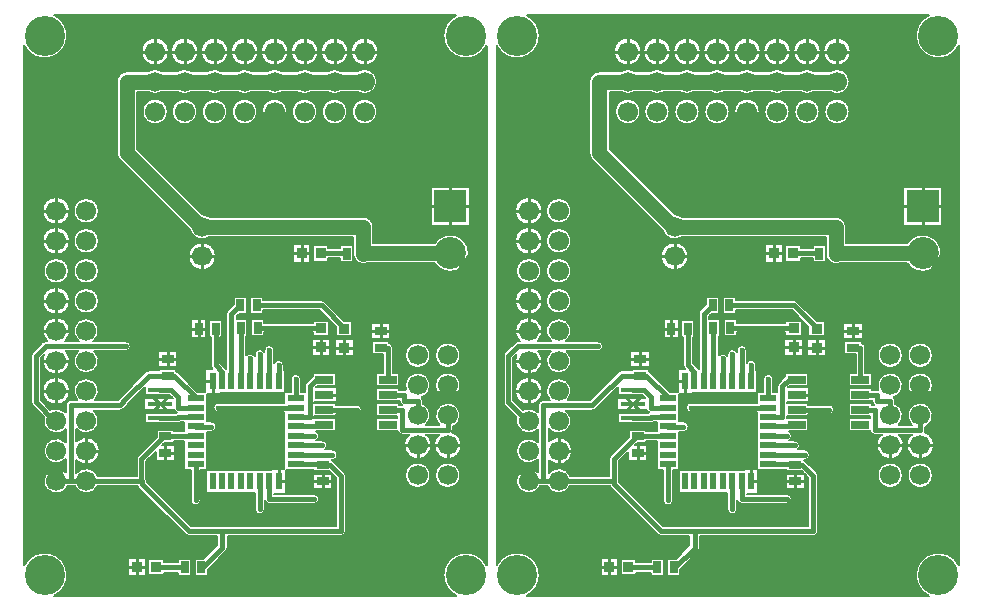
<source format=gtl>
G04 EasyPC Gerber Version 21.0.3 Build 4286 *
G04 #@! TF.Part,Single*
G04 #@! TF.FileFunction,Copper,L1,Top *
G04 #@! TF.FilePolarity,Positive *
%FSLAX45Y45*%
%MOIN*%
G04 #@! TA.AperFunction,SMDPad*
%ADD28R,0.02362X0.05807*%
%ADD25R,0.02559X0.03937*%
%ADD93R,0.03346X0.03740*%
G04 #@! TA.AperFunction,ComponentPad*
%ADD95R,0.10630X0.10630*%
G04 #@! TD.AperFunction*
%ADD70C,0.00500*%
%ADD71C,0.01000*%
%ADD78C,0.01500*%
%ADD22C,0.01575*%
G04 #@! TA.AperFunction,ViaPad*
%ADD77C,0.02362*%
G04 #@! TD.AperFunction*
%ADD90C,0.05000*%
G04 #@! TA.AperFunction,ComponentPad*
%ADD74C,0.06693*%
%ADD96C,0.10630*%
G04 #@! TA.AperFunction,WasherPad*
%ADD91C,0.13386*%
G04 #@! TA.AperFunction,SMDPad*
%ADD73R,0.08268X0.01575*%
%ADD27R,0.05807X0.02362*%
%ADD26R,0.03937X0.02559*%
%ADD92R,0.05906X0.02559*%
%ADD29R,0.03740X0.03346*%
X0Y0D02*
D02*
D70*
X56470Y75530D02*
X47749D01*
G75*
G02X45289Y67866I-2459J-3437*
G01*
G75*
G02X41988Y69454J4226*
G01*
Y65291*
G75*
G02X49886Y62093I3301J-3198*
G01*
G75*
G02X41988Y58894I-4596*
G01*
Y54731*
G75*
G02X49189Y53722I3301J-2639*
G01*
X62065*
Y59276*
G75*
G02X62544Y60430I1630*
G01*
X68758Y66644*
Y69106*
X74455*
Y68850*
X77970*
Y71732*
X77136*
G75*
G02X76028Y71297I-1108J1196*
G01*
X75008*
Y71260*
X64980*
Y74594*
X74961*
G75*
G02X75557Y74922I1066J-1233*
G01*
G75*
G02X74559Y75614I362J1589*
G01*
X64610*
Y79689*
X74067*
X73047Y80709*
X64980*
Y83339*
X59976Y78304*
X59973Y78302*
X57739Y76057*
G75*
G02X56470Y75530I-1268J1260*
G01*
G36*
X47749*
G75*
G02X45289Y67866I-2459J-3437*
G01*
G75*
G02X41988Y69454J4226*
G01*
Y65291*
G75*
G02X49886Y62093I3301J-3198*
G01*
G75*
G02X41988Y58894I-4596*
G01*
Y54731*
G75*
G02X49189Y53722I3301J-2639*
G01*
X62065*
Y59276*
G75*
G02X62544Y60430I1630*
G01*
X68758Y66644*
Y69106*
X74455*
Y68850*
X77970*
Y71732*
X77136*
G75*
G02X76028Y71297I-1108J1196*
G01*
X75008*
Y71260*
X64980*
Y74594*
X74961*
G75*
G02X75557Y74922I1066J-1233*
G01*
G75*
G02X74559Y75614I362J1589*
G01*
X64610*
Y79689*
X74067*
X73047Y80709*
X64980*
Y83339*
X59976Y78304*
X59973Y78302*
X57739Y76057*
G75*
G02X56470Y75530I-1268J1260*
G01*
G37*
X85537Y68364D02*
Y55736D01*
X107030*
Y56106*
X111341*
Y74881*
X89666*
G75*
G02X87648Y76511I-351J1630*
G01*
G75*
G02X89666Y78141I1667*
G01*
X111341*
Y81539*
X89844*
Y81169*
X85537*
Y71939*
X86884*
G75*
G02Y68364J-1787*
G01*
X85537*
G36*
Y55736*
X107030*
Y56106*
X111341*
Y74881*
X89666*
G75*
G02X87648Y76511I-351J1630*
G01*
G75*
G02X89666Y78141I1667*
G01*
X111341*
Y81539*
X89844*
Y81169*
X85537*
Y71939*
X86884*
G75*
G02Y68364J-1787*
G01*
X85537*
G37*
X107943Y47799D02*
Y47697D01*
X120962*
G75*
G02X122980Y46067I351J-1630*
G01*
G75*
G02X120962Y44437I-1667*
G01*
X106313*
G75*
G02X104793Y45478J1630*
G01*
Y42944*
G75*
G02X104830Y42593I-1630J-351*
G01*
G75*
G02X101496I-1667*
G01*
G75*
G02X101533Y42944I1667*
G01*
Y48169*
X85352*
Y55551*
X83383*
Y45916*
G75*
G02X83421Y45565I-1630J-351*
G01*
G75*
G02X80086I-1667*
G01*
G75*
G02X80124Y45916I1667*
G01*
Y55551*
X77970*
Y65275*
X74455*
Y64787*
X71512*
X70650Y63925*
X74825*
Y58866*
X68388*
Y61663*
X65325Y58600*
Y52824*
G75*
G02X65498Y52093I-1456J-731*
G01*
Y51657*
X80217Y36939*
X89907*
G75*
G02X91374I733J-1630*
G01*
X105932*
G75*
G02X106635I351J-1630*
G01*
X128571*
Y53059*
X127368Y54263*
Y49453*
X120931*
Y54512*
X127119*
X126257Y55374*
X121301*
Y55746*
X118907*
Y55551*
X111892*
Y47799*
X107943*
G36*
Y47697*
X120962*
G75*
G02X122980Y46067I351J-1630*
G01*
G75*
G02X120962Y44437I-1667*
G01*
X106313*
G75*
G02X104793Y45478J1630*
G01*
Y42944*
G75*
G02X104830Y42593I-1630J-351*
G01*
G75*
G02X101496I-1667*
G01*
G75*
G02X101533Y42944I1667*
G01*
Y48169*
X85352*
Y55551*
X83383*
Y45916*
G75*
G02X83421Y45565I-1630J-351*
G01*
G75*
G02X80086I-1667*
G01*
G75*
G02X80124Y45916I1667*
G01*
Y55551*
X77970*
Y65275*
X74455*
Y64787*
X71512*
X70650Y63925*
X74825*
Y58866*
X68388*
Y61663*
X65325Y58600*
Y52824*
G75*
G02X65498Y52093I-1456J-731*
G01*
Y51657*
X80217Y36939*
X89907*
G75*
G02X91374I733J-1630*
G01*
X105932*
G75*
G02X106635I351J-1630*
G01*
X128571*
Y53059*
X127368Y54263*
Y49453*
X120931*
Y54512*
X127119*
X126257Y55374*
X121301*
Y55746*
X118907*
Y55551*
X111892*
Y47799*
X107943*
G37*
X178726Y197191D02*
G75*
G02X164331Y200476I-6823J3286D01*
G01*
G75*
G02X168618Y207299I7573*
G01*
X34700*
G75*
G02X38987Y200476I-3286J-6823*
G01*
G75*
G02X24608Y197155I-7573*
G01*
Y23956*
G75*
G02X38987Y20634I6806J-3322*
G01*
G75*
G02X34700Y13811I-7573*
G01*
X168618*
G75*
G02X164331Y20634I3286J6823*
G01*
G75*
G02X178726Y23920I7573*
G01*
Y197191*
X135115Y77502D02*
G75*
G02X137134Y75872I351J-1630D01*
G01*
G75*
G02X135115Y74242I-1667*
G01*
X128459*
Y73713*
X121378*
Y73362*
G75*
G02X121344Y73031I-1630J0*
G01*
X128459*
Y68713*
X125264*
G75*
G02X124626Y68582I-639J1500*
G01*
X122048*
G75*
G02Y65543I-686J-1520*
G01*
X123639*
G75*
G02X124952Y62551I351J-1630*
G01*
X127268*
G75*
G02Y58976J-1787*
G01*
X127164*
G75*
G02X127554Y58688I-762J-1440*
G01*
X131354Y54887*
G75*
G02X131831Y53734I-1153J-1152*
G01*
Y35309*
G75*
G02X130201Y33679I-1630*
G01*
X106635*
G75*
G02X105932I-351J1630*
G01*
X92428*
Y29827*
G75*
G02X91898Y28556I-1787*
G01*
X85805Y22530*
Y20362*
X81486*
Y26059*
X84290*
X88854Y30573*
Y33679*
X79541*
G75*
G02X78387Y34158J1630*
G01*
X62717Y49828*
G75*
G02X62323Y50463I1151J1154*
G01*
X49189*
G75*
G02X41390I-3900J1630*
G01*
X40934*
G75*
G02X39467I-733J1630*
G01*
X39189*
G75*
G02X31063Y52093I-3900J1630*
G01*
G75*
G02X38413Y54939I4226*
G01*
Y59246*
G75*
G02X31063Y62093I-3124J2846*
G01*
G75*
G02X38413Y64939I4226*
G01*
Y69246*
G75*
G02X31227Y73257I-3124J2846*
G01*
X27396Y77088*
G75*
G02X26917Y78242I1151J1154*
G01*
Y93803*
G75*
G02X27396Y94957I1630*
G01*
X30582Y98143*
G75*
G02X31736Y98622I1154J-1151*
G01*
X32276*
G75*
G02X35289Y106689I3014J3470*
G01*
G75*
G02X38303Y98622J-4596*
G01*
X42877*
G75*
G02X45289Y106319I2412J3470*
G01*
G75*
G02X47702Y98622J-4226*
G01*
X58137*
G75*
G02X60156Y96992I351J-1630*
G01*
G75*
G02X58137Y95362I-1667*
G01*
X47967*
G75*
G02X45289Y87866I-2678J-3270*
G01*
G75*
G02X42611Y95362J4226*
G01*
X38520*
G75*
G02X35289Y87496I-3231J-3270*
G01*
G75*
G02X31159Y94110I0J4596*
G01*
X30177Y93128*
Y78917*
X33282Y75812*
G75*
G02X38413Y74939I2007J-3719*
G01*
Y77317*
G75*
G02X40201Y79104I1787*
G01*
X42300*
G75*
G02X45289Y86319I2989J2988*
G01*
G75*
G02X48278Y79104J-4226*
G01*
X55728*
X57440Y80824*
X57440*
X64989Y88419*
G75*
G02X66257Y88947I1268J-1260*
G01*
X69606*
Y89319*
X75303*
Y88615*
G75*
G02X75722Y88311I-735J-1455*
G01*
X82313Y81720*
X84982*
Y89476*
X87313*
X87239Y89551*
G75*
G02X86760Y90705I1151J1154*
G01*
Y99990*
X86230*
Y105687*
X90549*
Y99990*
X90020*
Y91380*
X91716Y89684*
G75*
G02X91927Y89425I-1152J-1154*
G01*
Y107789*
G75*
G02X92452Y109056I1787*
G01*
X94498Y111101*
Y113512*
X98817*
Y107815*
X96268*
X95502Y107049*
Y106022*
X99024*
Y100325*
X98651*
Y93898*
G75*
G02X101533Y93623I1362J-961*
G01*
Y93934*
G75*
G02X104683Y94971I1630J351*
G01*
Y95302*
G75*
G02X104645Y95654I1630J351*
G01*
G75*
G02X107980I1667*
G01*
G75*
G02X107943Y95302I-1667*
G01*
Y91389*
G75*
G02X111092Y90352I1520J-686*
G01*
Y89106*
X111522*
Y81720*
X113494*
Y85706*
G75*
G02X113456Y86057I1630J351*
G01*
G75*
G02X116791I1667*
G01*
G75*
G02X116754Y85706I-1667*
G01*
Y81720*
X118118*
Y83569*
G75*
G02X118597Y84723I1630*
G01*
X120793Y86919*
Y88031*
X128459*
Y83713*
X122197*
X121886Y83402*
X128829*
Y78343*
X121378*
Y78031*
X128459*
Y77502*
X135115*
X30693Y82093D02*
G75*
G02X39886I4596D01*
G01*
G75*
G02X30693I-4596*
G01*
X75935Y26059D02*
X80254D01*
Y20362*
X75935*
Y21422*
X71073*
Y20583*
X65967*
Y26083*
X71073*
Y24996*
X75935*
Y26059*
X59297Y26453D02*
X65144D01*
Y20213*
X59297*
Y26453*
X41063Y112093D02*
G75*
G02X49516I4226D01*
G01*
G75*
G02X41063I-4226*
G01*
Y122093D02*
G75*
G02X49516I4226D01*
G01*
G75*
G02X41063I-4226*
G01*
Y132093D02*
G75*
G02X49516I4226D01*
G01*
G75*
G02X41063I-4226*
G01*
Y142093D02*
G75*
G02X49516I4226D01*
G01*
G75*
G02X41063I-4226*
G01*
X161466Y131356D02*
G75*
G02X172852Y127976I5192J-3380D01*
G01*
G75*
G02X161466Y124596I-6195*
G01*
X138796*
G75*
G02X138629Y124540I-1165J3172*
G01*
G75*
G02X135813Y124921I-997J3230*
G01*
X135472*
Y125170*
G75*
G02X134252Y127770I2159J2600*
G01*
Y133406*
X86459*
G75*
G02X79869Y135585I-2537J3380*
G01*
X56494Y158961*
G75*
G02X55502Y161352I2388J2392*
G01*
Y185201*
G75*
G02X58882Y188581I3380*
G01*
X65744*
G75*
G02X70819I2537J-3380*
G01*
X75528*
G75*
G02X80378Y188738I2537J-3380*
G01*
X85772*
G75*
G02X90602Y188568I2293J-3550*
G01*
X95528*
G75*
G02X100378Y188725I2537J-3380*
G01*
X105732*
G75*
G02X110217Y188838I2333J-3524*
G01*
X115935*
G75*
G02X120602Y188568I2130J-3650*
G01*
X125528*
G75*
G02X130602I2537J-3380*
G01*
X135528*
G75*
G02X142291Y185188I2537J-3380*
G01*
G75*
G02X135528Y181808I-4226*
G01*
X130602*
G75*
G02X125528I-2537J3380*
G01*
X120602*
G75*
G02X115891Y181563I-2537J3380*
G01*
X110217*
G75*
G02X105772Y181650I-2152J3638*
G01*
X100378*
G75*
G02X95528Y181808I-2313J3537*
G01*
X90602*
G75*
G02X85732Y181663I-2537J3380*
G01*
X80378*
G75*
G02X75528Y181821I-2313J3537*
G01*
X70819*
G75*
G02X65744I-2537J3380*
G01*
X62262*
Y162752*
X84003Y141011*
G75*
G02X86459Y140165I-82J-4226*
G01*
X137632*
G75*
G02X141012Y136785J-3380*
G01*
Y131356*
X161466*
X133839Y175188D02*
G75*
G02X142291I4226D01*
G01*
G75*
G02X133839I-4226*
G01*
X123839D02*
G75*
G02X132291I4226D01*
G01*
G75*
G02X123839I-4226*
G01*
X113839D02*
G75*
G02X122291I4226D01*
G01*
G75*
G02X113839I-4226*
G01*
X103839Y175201D02*
G75*
G02X112291I4226D01*
G01*
G75*
G02X103839I-4226*
G01*
X93839Y175188D02*
G75*
G02X102291I4226D01*
G01*
G75*
G02X93839I-4226*
G01*
X83839D02*
G75*
G02X92291I4226D01*
G01*
G75*
G02X83839I-4226*
G01*
X73839Y175201D02*
G75*
G02X82291I4226D01*
G01*
G75*
G02X73839I-4226*
G01*
X64055D02*
G75*
G02X72508I4226D01*
G01*
G75*
G02X64055I-4226*
G01*
X167187Y68329D02*
G75*
G02X165789Y59354I-1398J-4379D01*
G01*
G75*
G02X162915Y67537J4596*
G01*
X158663*
G75*
G02X155789Y59354I-2874J-3587*
G01*
G75*
G02X152915Y67537J4596*
G01*
X150575*
G75*
G02X149009Y68713J1630*
G01*
X142053*
Y73031*
X148945*
Y73713*
X142053*
Y78031*
X149719*
Y77502*
X150430*
G75*
G02X149691Y78713I883J1370*
G01*
X142053*
Y83031*
X149719*
Y82502*
X151313*
G75*
G02X151854Y82410I0J-1630*
G01*
G75*
G02X155789Y88177I3935J1541*
G01*
G75*
G02X157043Y79914J-4226*
G01*
G75*
G02X157419Y78872I-1253J-1042*
G01*
Y77850*
G75*
G02X158603Y70797I-1630J-3899*
G01*
X162975*
G75*
G02X165789Y78177I2814J3153*
G01*
G75*
G02X167419Y70051J-4226*
G01*
Y69167*
G75*
G02X167187Y68329I-1630J0*
G01*
X161563Y53950D02*
G75*
G02X170015I4226D01*
G01*
G75*
G02X161563I-4226*
G01*
X151563D02*
G75*
G02X160015I4226D01*
G01*
G75*
G02X151563I-4226*
G01*
X161563Y83950D02*
G75*
G02X170015I4226D01*
G01*
G75*
G02X161563I-4226*
G01*
Y93950D02*
G75*
G02X170015I4226D01*
G01*
G75*
G02X161563I-4226*
G01*
X151563D02*
G75*
G02X160015I4226D01*
G01*
G75*
G02X151563I-4226*
G01*
X140181Y104591D02*
X146618D01*
Y99531*
X140181*
Y104591*
X147515Y88031D02*
X149719D01*
Y83713*
X142053*
Y88031*
X144256*
Y94350*
X140551*
Y98669*
X146248*
Y98099*
G75*
G02X147515Y96510I-363J-1589*
G01*
Y88031*
X131331Y105362D02*
X134053D01*
Y100256*
X128553*
Y103530*
X123049Y109033*
X104368*
Y107815*
X100049*
Y113512*
X104368*
Y112293*
X123724*
G75*
G02X124878Y111815J-1630*
G01*
X131331Y105362*
X128183Y99433D02*
X134423D01*
Y93587*
X128183*
Y99433*
X120837Y105461D02*
X126337D01*
Y100354*
X120837*
Y101543*
X104575*
Y100325*
X100256*
Y106022*
X104575*
Y104803*
X120837*
Y105461*
X120467Y99531D02*
X126707D01*
Y93685*
X120467*
Y99531*
X114207Y131067D02*
X120053D01*
Y124827*
X114207*
Y131067*
X129921Y130618D02*
X134240D01*
Y124921*
X129921*
Y126317*
X125982*
Y125197*
X120876*
Y130697*
X125982*
Y129577*
X129921*
Y130618*
X69236Y95240D02*
X75673D01*
Y90181*
X69236*
Y95240*
X79325Y126943D02*
G75*
G02X88518I4596D01*
G01*
G75*
G02X79325I-4596*
G01*
X80309Y106057D02*
X85368D01*
Y99620*
X80309*
Y106057*
X63685Y195201D02*
G75*
G02X72878I4596D01*
G01*
G75*
G02X63685I-4596*
G01*
X73469D02*
G75*
G02X82661I4596D01*
G01*
G75*
G02X73469I-4596*
G01*
X83469Y195188D02*
G75*
G02X92661I4596D01*
G01*
G75*
G02X83469I-4596*
G01*
X93469D02*
G75*
G02X102661I4596D01*
G01*
G75*
G02X93469I-4596*
G01*
X103469Y195201D02*
G75*
G02X112661I4596D01*
G01*
G75*
G02X103469I-4596*
G01*
X113469Y195188D02*
G75*
G02X122661I4596D01*
G01*
G75*
G02X113469I-4596*
G01*
X123469D02*
G75*
G02X132661I4596D01*
G01*
G75*
G02X123469I-4596*
G01*
X133469D02*
G75*
G02X142661I4596D01*
G01*
G75*
G02X133469I-4596*
G01*
X160093Y150132D02*
X173222D01*
Y137002*
X160093*
Y150132*
X30693Y112093D02*
G75*
G02X39886I4596D01*
G01*
G75*
G02X30693I-4596*
G01*
Y132093D02*
G75*
G02X39886I4596D01*
G01*
G75*
G02X30693I-4596*
G01*
X31063Y122093D02*
G75*
G02X39516I4226D01*
G01*
G75*
G02X31063I-4226*
G01*
X30693Y142093D02*
G75*
G02X39886I4596D01*
G01*
G75*
G02X30693I-4596*
G01*
X164787Y23222D02*
G36*
X86506D01*
X85805Y22530*
Y20362*
X81486*
Y23222*
X80254*
Y20362*
X75935*
Y21422*
X71073*
Y20583*
X65967*
Y23222*
X65144*
Y20213*
X59297*
Y23222*
X38530*
G75*
G02X38987Y20634I-7117J-2589*
G01*
G75*
G02X35175Y14061I-7573*
G01*
X168143*
G75*
G02X164331Y20634I3761J6573*
G01*
G75*
G02X164787Y23222I7573J0*
G01*
G37*
X31493Y53950D02*
G36*
X24858D01*
Y24425*
G75*
G02X38530Y23222I6556J-3791*
G01*
X59297*
Y26453*
X65144*
Y23222*
X65967*
Y26083*
X71073*
Y24996*
X75935*
Y26059*
X80254*
Y23222*
X81486*
Y26059*
X84290*
X88854Y30573*
Y33679*
X79541*
G75*
G02X78387Y34158I0J1629*
G01*
X62717Y49828*
G75*
G02X62323Y50463I1153J1155*
G01*
X49189*
G75*
G02X41390I-3900J1630*
G01*
X40934*
G75*
G02X39467I-733J1630*
G01*
X39189*
G75*
G02X31063Y52092I-3900J1630*
G01*
Y52093*
Y52093*
G75*
G02X31493Y53950I4226J0*
G01*
G37*
X178476Y24395D02*
G36*
Y53950D01*
X170015*
G75*
G02X161563I-4226*
G01*
X160015*
G75*
G02X151563I-4226*
G01*
X131816*
G75*
G02X131831Y53734I-1616J-217*
G01*
Y35309*
G75*
G02X130201Y33679I-1630*
G01*
X106635*
G75*
G02X105932I-351J1630*
G01*
X92428*
Y29827*
Y29826*
G75*
G02X91898Y28556I-1787*
G01*
X86506Y23222*
X164787*
G75*
G02X178476Y24395I7117J-2589*
G01*
G37*
X31493Y53950D02*
G36*
G75*
G02X38413Y54939I3796J-1857D01*
G01*
Y59246*
G75*
G02X31063Y62092I-3124J2846*
G01*
Y62093*
Y62093*
G75*
G02X38413Y64939I4226*
G01*
Y66937*
X24858*
Y53950*
X31493*
G37*
X169283Y66937D02*
G36*
G75*
G02X170385Y63950I-3494J-2987D01*
G01*
G75*
G02X165789Y59354I-4596*
G01*
G75*
G02X161193Y63950J4596*
G01*
G75*
G02X162295Y66937I4596J0*
G01*
X159283*
G75*
G02X160385Y63950I-3494J-2987*
G01*
G75*
G02X155789Y59354I-4596*
G01*
G75*
G02X151193Y63950J4596*
G01*
G75*
G02X152295Y66937I4596J0*
G01*
X123025*
G75*
G02X122048Y65543I-1663J126*
G01*
X123639*
G75*
G02X125657Y63913I351J-1630*
G01*
G75*
G02X124952Y62551I-1667*
G01*
X127268*
G75*
G02X129055Y60763J-1787*
G01*
G75*
G02X127268Y58976I-1787*
G01*
X127164*
G75*
G02X127554Y58688I-762J-1440*
G01*
X131354Y54887*
G75*
G02X131816Y53950I-1153J-1152*
G01*
X151563*
G75*
G02X160015I4226*
G01*
X161563*
G75*
G02X170015I4226*
G01*
X178476*
Y66937*
X169283*
G37*
X38413D02*
G36*
Y69246D01*
G75*
G02X31063Y72093I-3124J2846*
G01*
G75*
G02X31227Y73257I4226*
G01*
X27396Y77088*
G75*
G02X26917Y78242I1150J1154*
G01*
Y78242*
Y82093*
X24858*
Y66937*
X38413*
G37*
X41063Y82093D02*
G36*
X39886D01*
G75*
G02X30693I-4596*
G01*
X30177*
Y78917*
X33282Y75812*
G75*
G02X38413Y74939I2007J-3719*
G01*
Y77317*
G75*
G02X40201Y79104I1787*
G01*
X42300*
G75*
G02X41063Y82093I2989J2989*
G01*
G37*
X58701D02*
G36*
X49516D01*
Y82092*
G75*
G02X48278Y79104I-4226J0*
G01*
X55728*
X57440Y80824*
X57440*
X58701Y82093*
G37*
X84982D02*
G36*
X81941D01*
X82313Y81720*
X84982*
Y82093*
G37*
X113494D02*
G36*
X111522D01*
Y81720*
X113494*
Y82093*
G37*
X118118D02*
G36*
X116754D01*
Y81720*
X118118*
Y82093*
G37*
X142053D02*
G36*
X128829D01*
Y78343*
X121378*
Y78031*
X128459*
Y77502*
X135115*
G75*
G02X137134Y75872I352J-1630*
G01*
Y75872*
Y75872*
G75*
G02X135115Y74242I-1667*
G01*
X128459*
Y73713*
X121378*
Y73362*
G75*
G02X121344Y73031I-1668J4*
G01*
X128459*
Y68713*
X125264*
G75*
G02X124626Y68582I-640J1506*
G01*
X122048*
G75*
G02X123030Y67063I-686J-1520*
G01*
G75*
G02X123025Y66937I-1667*
G01*
X152295*
G75*
G02X152915Y67537I3494J-2986*
G01*
X150575*
G75*
G02X149009Y68713I0J1630*
G01*
X142053*
Y73031*
X148945*
Y73713*
X142053*
Y78031*
X149719*
Y77502*
X150430*
G75*
G02X149691Y78713I882J1369*
G01*
X142053*
Y82093*
G37*
X169585D02*
G36*
G75*
G02X161993I-3796J1858D01*
G01*
X159585*
G75*
G02X157043Y79914I-3796J1858*
G01*
G75*
G02X157419Y78872I-1256J-1043*
G01*
Y77850*
G75*
G02X160015Y73950I-1630J-3899*
G01*
G75*
G02X158603Y70797I-4226*
G01*
X162975*
G75*
G02X161563Y73950I2815J3153*
G01*
G75*
G02X165789Y78177I4226*
G01*
G75*
G02X170015Y73950J-4226*
G01*
G75*
G02X167419Y70051I-4226*
G01*
Y69167*
G75*
G02X167187Y68329I-1625J-1*
G01*
G75*
G02X169283Y66937I-1398J-4379*
G01*
X178476*
Y82093*
X169585*
G37*
X162295Y66937D02*
G36*
G75*
G02X162915Y67537I3494J-2986D01*
G01*
X158663*
G75*
G02X159283Y66937I-2874J-3587*
G01*
X162295*
G37*
X26924Y93950D02*
G36*
X24858D01*
Y82093*
X26917*
Y93803*
Y93804*
G75*
G02X26924Y93950I1630J-1*
G01*
G37*
X84982Y82093D02*
G36*
Y89476D01*
X87313*
X87239Y89551*
G75*
G02X86760Y90705I1150J1154*
G01*
Y90705*
Y93950*
X75673*
Y90181*
X69236*
Y93950*
X49085*
G75*
G02X49516Y92093I-3796J-1858*
G01*
G75*
G02X45289Y87866I-4226*
G01*
G75*
G02X41063Y92093J4226*
G01*
G75*
G02X41493Y93950I4226*
G01*
X39494*
G75*
G02X39886Y92093I-4204J-1858*
G01*
G75*
G02X35289Y87496I-4596*
G01*
G75*
G02X30693Y92093J4596*
G01*
G75*
G02X31085Y93950I4596J0*
G01*
X31000*
X30177Y93128*
Y82093*
X30693*
G75*
G02X39886I4596*
G01*
X41063*
G75*
G02X45289Y86319I4227*
G01*
G75*
G02X49516Y82093J-4226*
G01*
X58701*
X64989Y88419*
G75*
G02X66257Y88947I1268J-1259*
G01*
X69606*
Y89319*
X75303*
Y88615*
G75*
G02X75722Y88311I-732J-1452*
G01*
X81941Y82093*
X84982*
G37*
X91927Y93950D02*
G36*
X90020D01*
Y91380*
X91716Y89684*
G75*
G02X91927Y89425I-1139J-1143*
G01*
Y93950*
G37*
X98689D02*
G36*
X98651D01*
Y93898*
G75*
G02X98689Y93950I1363J-961*
G01*
G37*
X101530D02*
G36*
X101337D01*
G75*
G02X101533Y93623I-1324J-1013*
G01*
Y93934*
G75*
G02X101530Y93950I1632J367*
G01*
G37*
X159585Y82093D02*
G36*
X161993D01*
G75*
G02X161563Y83950I3796J1858*
G01*
G75*
G02X170015I4226*
G01*
G75*
G02X169585Y82093I-4226*
G01*
X178476*
Y93950*
X170015*
G75*
G02X161563I-4226*
G01*
X160015*
G75*
G02X151563I-4226*
G01*
X147515*
Y88031*
X149719*
Y83713*
X142053*
Y88031*
X144256*
Y93950*
X134423*
Y93587*
X128183*
Y93950*
X126707*
Y93685*
X120467*
Y93950*
X107943*
Y91389*
G75*
G02X111130Y90702I1520J-686*
G01*
G75*
G02X111092Y90352I-1667J0*
G01*
Y89106*
X111522*
Y82093*
X113494*
Y85706*
G75*
G02X113456Y86057I1639J352*
G01*
G75*
G02X116791I1667*
G01*
G75*
G02X116754Y85706I-1677J1*
G01*
Y82093*
X118118*
Y83569*
Y83569*
G75*
G02X118597Y84723I1629*
G01*
X120793Y86919*
Y88031*
X128459*
Y83713*
X122197*
X121886Y83402*
X128829*
Y82093*
X142053*
Y83031*
X149719*
Y82502*
X151313*
G75*
G02X151854Y82410I-1J-1636*
G01*
G75*
G02X151563Y83950I3935J1541*
G01*
G75*
G02X155789Y88177I4226*
G01*
G75*
G02X160015Y83950J-4226*
G01*
G75*
G02X159585Y82093I-4226J-1*
G01*
G37*
X30693Y102061D02*
G36*
X24858D01*
Y93950*
X26924*
G75*
G02X27396Y94957I1622J-147*
G01*
X30582Y98143*
G75*
G02X31736Y98622I1154J-1150*
G01*
X32276*
G75*
G02X30693Y102061I3014J3470*
G01*
G37*
X31085Y93950D02*
G36*
G75*
G02X31159Y94110I4205J-1860D01*
G01*
X31000Y93950*
X31085*
G37*
X41063Y102061D02*
G36*
X39886D01*
G75*
G02X38303Y98622I-4596J31*
G01*
X42877*
G75*
G02X41063Y102061I2412J3470*
G01*
G37*
X41493Y93950D02*
G36*
G75*
G02X42611Y95362I3796J-1858D01*
G01*
X38520*
G75*
G02X39494Y93950I-3231J-3270*
G01*
X41493*
G37*
X86230Y102061D02*
G36*
X85368D01*
Y99620*
X80309*
Y102061*
X49516*
G75*
G02X47702Y98622I-4226J31*
G01*
X58137*
G75*
G02X60156Y96993I352J-1630*
G01*
Y96992*
Y96992*
G75*
G02X58137Y95362I-1667*
G01*
X47967*
G75*
G02X49085Y93950I-2678J-3270*
G01*
X69236*
Y95240*
X75673*
Y93950*
X86760*
Y99990*
X86230*
Y102061*
G37*
X91927D02*
G36*
X90549D01*
Y99990*
X90020*
Y93950*
X91927*
Y102061*
G37*
X147515Y93950D02*
G36*
X151563D01*
G75*
G02X160015I4226*
G01*
X161563*
G75*
G02X170015I4226*
G01*
X178476*
Y102061*
X146618*
Y99531*
X140181*
Y102061*
X134053*
Y100256*
X128553*
Y102061*
X126337*
Y100354*
X120837*
Y101543*
X104575*
Y100325*
X100256*
Y102061*
X99024*
Y100325*
X98651*
Y93950*
X98689*
G75*
G02X101337I1324J-1013*
G01*
X101530*
G75*
G02X101496Y94286I1634J334*
G01*
G75*
G02X104683Y94971I1667*
G01*
Y95302*
G75*
G02X104645Y95654I1639J352*
G01*
G75*
G02X107980I1667*
G01*
G75*
G02X107943Y95302I-1677J1*
G01*
Y93950*
X120467*
Y99531*
X126707*
Y93950*
X128183*
Y99433*
X134423*
Y93950*
X144256*
Y94350*
X140551*
Y98669*
X146248*
Y98099*
G75*
G02X147515Y96510I-363J-1589*
G01*
Y93950*
G37*
X91927Y102061D02*
G36*
Y107789D01*
G75*
G02X92452Y109056I1788*
G01*
X94498Y111101*
Y112093*
X49516*
G75*
G02X41063I-4226*
G01*
X39886*
G75*
G02X30693I-4596*
G01*
X24858*
Y102061*
X30693*
G75*
G02Y102093I4592J16*
G01*
G75*
G02X35289Y106689I4596*
G01*
G75*
G02X39886Y102093J-4596*
G01*
G75*
G02Y102061I-4592J-16*
G01*
X41063*
G75*
G02Y102093I4236J16*
G01*
G75*
G02X45289Y106319I4226*
G01*
G75*
G02X49516Y102093J-4226*
G01*
G75*
G02Y102061I-4236J-16*
G01*
X80309*
Y106057*
X85368*
Y102061*
X86230*
Y105687*
X90549*
Y102061*
X91927*
G37*
X128553D02*
G36*
Y103530D01*
X123049Y109033*
X104368*
Y107815*
X100049*
Y112093*
X98817*
Y107815*
X96268*
X95502Y107049*
Y106022*
X99024*
Y102061*
X100256*
Y106022*
X104575*
Y104803*
X120837*
Y105461*
X126337*
Y102061*
X128553*
G37*
X134053D02*
G36*
X140181D01*
Y104591*
X146618*
Y102061*
X178476*
Y112093*
X124508*
G75*
G02X124878Y111815I-783J-1429*
G01*
X131331Y105362*
X134053*
Y102061*
G37*
X168596Y122093D02*
G36*
G75*
G02X164719I-1939J5883D01*
G01*
X49516*
G75*
G02X41063I-4226*
G01*
X39516*
G75*
G02X31063I-4226*
G01*
X24858*
Y112093*
X30693*
G75*
G02X39886I4596*
G01*
X41063*
G75*
G02X49516I4226*
G01*
X94498*
Y113512*
X98817*
Y112093*
X100049*
Y113512*
X104368*
Y112293*
X123724*
G75*
G02X124508Y112093I0J-1629*
G01*
X178476*
Y122093*
X168596*
G37*
X134252Y127947D02*
G36*
X134240D01*
Y124921*
X129921*
Y126317*
X125982*
Y125197*
X120876*
Y127947*
X120053*
Y124827*
X114207*
Y127947*
X88407*
G75*
G02X88518Y126943I-4486J-1004*
G01*
G75*
G02X79325I-4596*
G01*
G75*
G02X79436Y127947I4597J0*
G01*
X46111*
G75*
G02X44467I-822J4146*
G01*
X37274*
G75*
G02X33304I-1985J4146*
G01*
X24858*
Y122093*
X31063*
G75*
G02X39516I4226*
G01*
X41063*
G75*
G02X49516I4226*
G01*
X164719*
G75*
G02X161466Y124596I1939J5884*
G01*
X138796*
G75*
G02X138629Y124540I-1186J3234*
G01*
G75*
G02X135813Y124921I-997J3228*
G01*
X135472*
Y125170*
G75*
G02X134252Y127770I2160J2600*
G01*
Y127947*
G37*
X172852D02*
G36*
G75*
G02X168596Y122093I-6195J30D01*
G01*
X178476*
Y127947*
X172852*
G37*
X30693Y132093D02*
G36*
X24858D01*
Y127947*
X33304*
G75*
G02X30693Y132093I1985J4146*
G01*
G37*
X41063D02*
G36*
X39886D01*
G75*
G02X37274Y127947I-4596*
G01*
X44467*
G75*
G02X41063Y132093I822J4146*
G01*
G37*
X134252Y127947D02*
G36*
Y132093D01*
X49516*
G75*
G02X46111Y127947I-4226*
G01*
X79436*
G75*
G02X88407I4485J-1004*
G01*
X114207*
Y131067*
X120053*
Y127947*
X120876*
Y130697*
X125982*
Y129577*
X129921*
Y130618*
X134240*
Y127947*
X134252*
G37*
X162028Y132093D02*
G36*
X141012D01*
Y131356*
X161466*
G75*
G02X162028Y132093I5192J-3380*
G01*
G37*
X172852Y127947D02*
G36*
X178476D01*
Y132093*
X171287*
G75*
G02X172852Y127976I-4630J-4116*
G01*
G75*
G02Y127947I-6220J-15*
G01*
G37*
X134252Y132093D02*
G36*
Y133406D01*
X86459*
G75*
G02X79869Y135585I-2537J3380*
G01*
X73362Y142093*
X49516*
G75*
G02X41063I-4226*
G01*
X39886*
G75*
G02X30693I-4596*
G01*
X24858*
Y132093*
X30693*
G75*
G02X39886I4596*
G01*
X41063*
G75*
G02X49516I4226*
G01*
X134252*
G37*
X173222Y142093D02*
G36*
Y137002D01*
X160093*
Y142093*
X82922*
X84003Y141011*
G75*
G02X86459Y140165I-81J-4224*
G01*
X137632*
G75*
G02X141012Y136785J-3380*
G01*
Y132093*
X162028*
G75*
G02X171287I4630J-4116*
G01*
X178476*
Y142093*
X173222*
G37*
X73362D02*
G36*
X56494Y158961D01*
G75*
G02X55502Y161352I2390J2393*
G01*
Y175188*
X24858*
Y142093*
X30693*
G75*
G02X39886I4596*
G01*
X41063*
G75*
G02X49516I4226*
G01*
X73362*
G37*
X112291Y175188D02*
G36*
G75*
G02X103839I-4226J13D01*
G01*
X102291*
G75*
G02X93839I-4226*
G01*
X92291*
G75*
G02X83839I-4226*
G01*
X82291*
G75*
G02X73839I-4226J13*
G01*
X72508*
G75*
G02X64055I-4226J13*
G01*
X62262*
Y162752*
X82922Y142093*
X160093*
Y150132*
X173222*
Y142093*
X178476*
Y175188*
X142291*
G75*
G02X133839I-4226*
G01*
X132291*
G75*
G02X123839I-4226*
G01*
X122291*
G75*
G02X113839I-4226*
G01*
X112291*
G37*
X166470Y195201D02*
G36*
X142661D01*
G75*
G02Y195188I-4624J-6*
G01*
G75*
G02X133469I-4596*
G01*
G75*
G02Y195201I4624J7*
G01*
X132661*
G75*
G02Y195188I-4624J-6*
G01*
G75*
G02X123469I-4596*
G01*
G75*
G02Y195201I4624J7*
G01*
X122661*
G75*
G02Y195188I-4624J-6*
G01*
G75*
G02X113469I-4596*
G01*
G75*
G02Y195201I4624J7*
G01*
X112661*
G75*
G02X103469I-4596*
G01*
X102661*
G75*
G02Y195188I-4624J-6*
G01*
G75*
G02X93469I-4596*
G01*
G75*
G02Y195201I4624J7*
G01*
X92661*
G75*
G02Y195188I-4624J-6*
G01*
G75*
G02X83469I-4596*
G01*
G75*
G02Y195201I4624J7*
G01*
X82661*
G75*
G02X73469I-4596*
G01*
X72878*
G75*
G02X63685I-4596*
G01*
X36846*
G75*
G02X25981I-5433J5276*
G01*
X24858*
Y175188*
X55502*
Y185201*
G75*
G02X58882Y188581I3380*
G01*
X65744*
G75*
G02X70819I2537J-3380*
G01*
X75528*
G75*
G02X80378Y188738I2537J-3381*
G01*
X85772*
G75*
G02X90602Y188568I2293J-3551*
G01*
X95528*
G75*
G02X100378Y188725I2537J-3381*
G01*
X105732*
G75*
G02X110217Y188838I2333J-3523*
G01*
X115935*
G75*
G02X120602Y188568I2130J-3650*
G01*
X125528*
G75*
G02X130602I2537J-3380*
G01*
X135528*
G75*
G02X142291Y185188I2537J-3380*
G01*
Y185188*
Y185187*
G75*
G02X135528Y181808I-4226*
G01*
X130602*
G75*
G02X125528I-2537J3380*
G01*
X120602*
G75*
G02X115891Y181563I-2537J3381*
G01*
X110217*
G75*
G02X105772Y181650I-2152J3637*
G01*
X100378*
G75*
G02X95528Y181808I-2313J3539*
G01*
X90602*
G75*
G02X85732Y181663I-2537J3381*
G01*
X80378*
G75*
G02X75528Y181821I-2313J3539*
G01*
X70819*
G75*
G02X65744I-2537J3380*
G01*
X62262*
Y175188*
X64055*
G75*
G02Y175201I4230J7*
G01*
G75*
G02X72508I4226*
G01*
G75*
G02Y175188I-4230J-6*
G01*
X73839*
G75*
G02Y175201I4230J7*
G01*
G75*
G02X82291I4226*
G01*
G75*
G02Y175188I-4230J-6*
G01*
X83839*
G75*
G02X92291I4226*
G01*
X93839*
G75*
G02X102291I4226*
G01*
X103839*
G75*
G02Y175201I4230J7*
G01*
G75*
G02X112291I4226*
G01*
G75*
G02Y175188I-4230J-6*
G01*
X113839*
G75*
G02X122291I4226*
G01*
X123839*
G75*
G02X132291I4226*
G01*
X133839*
G75*
G02X142291I4226*
G01*
X178476*
Y195201*
X177337*
G75*
G02X166470I-5433J5276*
G01*
G37*
X25981D02*
G36*
G75*
G02X24858Y196685I5433J5276D01*
G01*
Y195201*
X25981*
G37*
X168143Y207049D02*
G36*
X35175D01*
G75*
G02X38987Y200476I-3761J-6573*
G01*
G75*
G02X36846Y195201I-7573J0*
G01*
X63685*
G75*
G02X72878I4596*
G01*
X73469*
G75*
G02X82661I4596*
G01*
X83469*
G75*
G02X92661I4596J-13*
G01*
X93469*
G75*
G02X102661I4596J-13*
G01*
X103469*
G75*
G02X112661I4596*
G01*
X113469*
G75*
G02X122661I4596J-13*
G01*
X123469*
G75*
G02X132661I4596J-13*
G01*
X133469*
G75*
G02X142661I4596J-13*
G01*
X166470*
G75*
G02X164331Y200476I5433J5276*
G01*
G75*
G02X168143Y207049I7573*
G01*
G37*
X178476Y196715D02*
G36*
G75*
G02X177337Y195201I-6573J3761D01*
G01*
X178476*
Y196715*
G37*
X213951Y75530D02*
X205229D01*
G75*
G02X202770Y67866I-2459J-3437*
G01*
G75*
G02X199469Y69454J4226*
G01*
Y65291*
G75*
G02X207366Y62093I3301J-3198*
G01*
G75*
G02X199469Y58894I-4596*
G01*
Y54731*
G75*
G02X206669Y53722I3301J-2639*
G01*
X219545*
Y59276*
G75*
G02X220024Y60430I1630*
G01*
X226238Y66644*
Y69106*
X231935*
Y68850*
X235451*
Y71732*
X234616*
G75*
G02X233508Y71297I-1108J1196*
G01*
X232488*
Y71260*
X222461*
Y74594*
X232441*
G75*
G02X233038Y74922I1066J-1233*
G01*
G75*
G02X232039Y75614I362J1589*
G01*
X222091*
Y79689*
X231547*
X230528Y80709*
X222461*
Y83339*
X217456Y78304*
X217454Y78302*
X215219Y76057*
G75*
G02X213951Y75530I-1268J1260*
G01*
G36*
X205229*
G75*
G02X202770Y67866I-2459J-3437*
G01*
G75*
G02X199469Y69454J4226*
G01*
Y65291*
G75*
G02X207366Y62093I3301J-3198*
G01*
G75*
G02X199469Y58894I-4596*
G01*
Y54731*
G75*
G02X206669Y53722I3301J-2639*
G01*
X219545*
Y59276*
G75*
G02X220024Y60430I1630*
G01*
X226238Y66644*
Y69106*
X231935*
Y68850*
X235451*
Y71732*
X234616*
G75*
G02X233508Y71297I-1108J1196*
G01*
X232488*
Y71260*
X222461*
Y74594*
X232441*
G75*
G02X233038Y74922I1066J-1233*
G01*
G75*
G02X232039Y75614I362J1589*
G01*
X222091*
Y79689*
X231547*
X230528Y80709*
X222461*
Y83339*
X217456Y78304*
X217454Y78302*
X215219Y76057*
G75*
G02X213951Y75530I-1268J1260*
G01*
G37*
X243018Y68364D02*
Y55736D01*
X264510*
Y56106*
X268821*
Y74881*
X247146*
G75*
G02X245128Y76511I-351J1630*
G01*
G75*
G02X247146Y78141I1667*
G01*
X268821*
Y81539*
X247325*
Y81169*
X243018*
Y71939*
X244364*
G75*
G02Y68364J-1787*
G01*
X243018*
G36*
Y55736*
X264510*
Y56106*
X268821*
Y74881*
X247146*
G75*
G02X245128Y76511I-351J1630*
G01*
G75*
G02X247146Y78141I1667*
G01*
X268821*
Y81539*
X247325*
Y81169*
X243018*
Y71939*
X244364*
G75*
G02Y68364J-1787*
G01*
X243018*
G37*
X265423Y47799D02*
Y47697D01*
X278442*
G75*
G02X280461Y46067I351J-1630*
G01*
G75*
G02X278442Y44437I-1667*
G01*
X263793*
G75*
G02X262273Y45478J1630*
G01*
Y42944*
G75*
G02X262311Y42593I-1630J-351*
G01*
G75*
G02X258976I-1667*
G01*
G75*
G02X259013Y42944I1667*
G01*
Y48169*
X242833*
Y55551*
X240864*
Y45916*
G75*
G02X240901Y45565I-1630J-351*
G01*
G75*
G02X237567I-1667*
G01*
G75*
G02X237604Y45916I1667*
G01*
Y55551*
X235451*
Y65275*
X231935*
Y64787*
X228992*
X228130Y63925*
X232305*
Y58866*
X225868*
Y61663*
X222805Y58600*
Y52824*
G75*
G02X222978Y52093I-1456J-731*
G01*
Y51657*
X237697Y36939*
X247388*
G75*
G02X248855I733J-1630*
G01*
X263413*
G75*
G02X264115I351J-1630*
G01*
X286051*
Y53059*
X284848Y54263*
Y49453*
X278411*
Y54512*
X284599*
X283737Y55374*
X278781*
Y55746*
X276388*
Y55551*
X269372*
Y47799*
X265423*
G36*
Y47697*
X278442*
G75*
G02X280461Y46067I351J-1630*
G01*
G75*
G02X278442Y44437I-1667*
G01*
X263793*
G75*
G02X262273Y45478J1630*
G01*
Y42944*
G75*
G02X262311Y42593I-1630J-351*
G01*
G75*
G02X258976I-1667*
G01*
G75*
G02X259013Y42944I1667*
G01*
Y48169*
X242833*
Y55551*
X240864*
Y45916*
G75*
G02X240901Y45565I-1630J-351*
G01*
G75*
G02X237567I-1667*
G01*
G75*
G02X237604Y45916I1667*
G01*
Y55551*
X235451*
Y65275*
X231935*
Y64787*
X228992*
X228130Y63925*
X232305*
Y58866*
X225868*
Y61663*
X222805Y58600*
Y52824*
G75*
G02X222978Y52093I-1456J-731*
G01*
Y51657*
X237697Y36939*
X247388*
G75*
G02X248855I733J-1630*
G01*
X263413*
G75*
G02X264115I351J-1630*
G01*
X286051*
Y53059*
X284848Y54263*
Y49453*
X278411*
Y54512*
X284599*
X283737Y55374*
X278781*
Y55746*
X276388*
Y55551*
X269372*
Y47799*
X265423*
G37*
X336207Y197191D02*
G75*
G02X321811Y200476I-6823J3286D01*
G01*
G75*
G02X326098Y207299I7573*
G01*
X192180*
G75*
G02X196467Y200476I-3286J-6823*
G01*
G75*
G02X182089Y197155I-7573*
G01*
Y23956*
G75*
G02X196467Y20634I6806J-3322*
G01*
G75*
G02X192180Y13811I-7573*
G01*
X326098*
G75*
G02X321811Y20634I3286J6823*
G01*
G75*
G02X336207Y23920I7573*
G01*
Y197191*
X292596Y77502D02*
G75*
G02X294614Y75872I351J-1630D01*
G01*
G75*
G02X292596Y74242I-1667*
G01*
X285939*
Y73713*
X278858*
Y73362*
G75*
G02X278824Y73031I-1630J0*
G01*
X285939*
Y68713*
X282744*
G75*
G02X282106Y68582I-639J1500*
G01*
X279528*
G75*
G02Y65543I-686J-1520*
G01*
X281119*
G75*
G02X282432Y62551I351J-1630*
G01*
X284748*
G75*
G02Y58976J-1787*
G01*
X284644*
G75*
G02X285034Y58688I-762J-1440*
G01*
X288834Y54887*
G75*
G02X289311Y53734I-1153J-1152*
G01*
Y35309*
G75*
G02X287681Y33679I-1630*
G01*
X264115*
G75*
G02X263413I-351J1630*
G01*
X249909*
Y29827*
G75*
G02X249378Y28556I-1787*
G01*
X243285Y22530*
Y20362*
X238967*
Y26059*
X241770*
X246334Y30573*
Y33679*
X237022*
G75*
G02X235868Y34158J1630*
G01*
X220197Y49828*
G75*
G02X219804Y50463I1151J1154*
G01*
X206669*
G75*
G02X198870I-3900J1630*
G01*
X198415*
G75*
G02X196948I-733J1630*
G01*
X196669*
G75*
G02X188543Y52093I-3900J1630*
G01*
G75*
G02X195894Y54939I4226*
G01*
Y59246*
G75*
G02X188543Y62093I-3124J2846*
G01*
G75*
G02X195894Y64939I4226*
G01*
Y69246*
G75*
G02X188707Y73257I-3124J2846*
G01*
X184876Y77088*
G75*
G02X184398Y78242I1151J1154*
G01*
Y93803*
G75*
G02X184876Y94957I1630*
G01*
X188063Y98143*
G75*
G02X189217Y98622I1154J-1151*
G01*
X189756*
G75*
G02X192770Y106689I3014J3470*
G01*
G75*
G02X195783Y98622J-4596*
G01*
X200357*
G75*
G02X202770Y106319I2412J3470*
G01*
G75*
G02X205182Y98622J-4226*
G01*
X215617*
G75*
G02X217636Y96992I351J-1630*
G01*
G75*
G02X215617Y95362I-1667*
G01*
X205448*
G75*
G02X202770Y87866I-2678J-3270*
G01*
G75*
G02X200092Y95362J4226*
G01*
X196000*
G75*
G02X192770Y87496I-3231J-3270*
G01*
G75*
G02X188640Y94110I0J4596*
G01*
X187657Y93128*
Y78917*
X190763Y75812*
G75*
G02X195894Y74939I2007J-3719*
G01*
Y77317*
G75*
G02X197681Y79104I1787*
G01*
X199781*
G75*
G02X202770Y86319I2989J2988*
G01*
G75*
G02X205759Y79104J-4226*
G01*
X213208*
X214920Y80824*
X214920*
X222470Y88419*
G75*
G02X223738Y88947I1268J-1260*
G01*
X227087*
Y89319*
X232783*
Y88615*
G75*
G02X233203Y88311I-735J-1455*
G01*
X239793Y81720*
X242463*
Y89476*
X244794*
X244719Y89551*
G75*
G02X244240Y90705I1151J1154*
G01*
Y99990*
X243711*
Y105687*
X248030*
Y99990*
X247500*
Y91380*
X249196Y89684*
G75*
G02X249407Y89425I-1152J-1154*
G01*
Y107789*
G75*
G02X249933Y109056I1787*
G01*
X251978Y111101*
Y113512*
X256297*
Y107815*
X253748*
X252982Y107049*
Y106022*
X256504*
Y100325*
X256131*
Y93898*
G75*
G02X259013Y93623I1362J-961*
G01*
Y93934*
G75*
G02X262163Y94971I1630J351*
G01*
Y95302*
G75*
G02X262126Y95654I1630J351*
G01*
G75*
G02X265460I1667*
G01*
G75*
G02X265423Y95302I-1667*
G01*
Y91389*
G75*
G02X268572Y90352I1520J-686*
G01*
Y89106*
X269002*
Y81720*
X270974*
Y85706*
G75*
G02X270937Y86057I1630J351*
G01*
G75*
G02X274271I1667*
G01*
G75*
G02X274234Y85706I-1667*
G01*
Y81720*
X275598*
Y83569*
G75*
G02X276077Y84723I1630*
G01*
X278274Y86919*
Y88031*
X285939*
Y83713*
X279677*
X279366Y83402*
X286309*
Y78343*
X278858*
Y78031*
X285939*
Y77502*
X292596*
X188173Y82093D02*
G75*
G02X197366I4596D01*
G01*
G75*
G02X188173I-4596*
G01*
X233415Y26059D02*
X237734D01*
Y20362*
X233415*
Y21422*
X228553*
Y20583*
X223447*
Y26083*
X228553*
Y24996*
X233415*
Y26059*
X216778Y26453D02*
X222624D01*
Y20213*
X216778*
Y26453*
X198543Y112093D02*
G75*
G02X206996I4226D01*
G01*
G75*
G02X198543I-4226*
G01*
Y122093D02*
G75*
G02X206996I4226D01*
G01*
G75*
G02X198543I-4226*
G01*
Y132093D02*
G75*
G02X206996I4226D01*
G01*
G75*
G02X198543I-4226*
G01*
Y142093D02*
G75*
G02X206996I4226D01*
G01*
G75*
G02X198543I-4226*
G01*
X318946Y131356D02*
G75*
G02X330333Y127976I5192J-3380D01*
G01*
G75*
G02X318946Y124596I-6195*
G01*
X296276*
G75*
G02X296109Y124540I-1165J3172*
G01*
G75*
G02X293293Y124921I-997J3230*
G01*
X292953*
Y125170*
G75*
G02X291732Y127770I2159J2600*
G01*
Y133406*
X243939*
G75*
G02X237349Y135585I-2537J3380*
G01*
X213974Y158961*
G75*
G02X212982Y161352I2388J2392*
G01*
Y185201*
G75*
G02X216362Y188581I3380*
G01*
X223224*
G75*
G02X228299I2537J-3380*
G01*
X233008*
G75*
G02X237858Y188738I2537J-3380*
G01*
X243252*
G75*
G02X248083Y188568I2293J-3550*
G01*
X253008*
G75*
G02X257858Y188725I2537J-3380*
G01*
X263213*
G75*
G02X267697Y188838I2333J-3524*
G01*
X273415*
G75*
G02X278083Y188568I2130J-3650*
G01*
X283008*
G75*
G02X288083I2537J-3380*
G01*
X293008*
G75*
G02X299772Y185188I2537J-3380*
G01*
G75*
G02X293008Y181808I-4226*
G01*
X288083*
G75*
G02X283008I-2537J3380*
G01*
X278083*
G75*
G02X273371Y181563I-2537J3380*
G01*
X267697*
G75*
G02X263252Y181650I-2152J3638*
G01*
X257858*
G75*
G02X253008Y181808I-2313J3537*
G01*
X248083*
G75*
G02X243213Y181663I-2537J3380*
G01*
X237858*
G75*
G02X233008Y181821I-2313J3537*
G01*
X228299*
G75*
G02X223224I-2537J3380*
G01*
X219742*
Y162752*
X241483Y141011*
G75*
G02X243939Y140165I-82J-4226*
G01*
X295112*
G75*
G02X298492Y136785J-3380*
G01*
Y131356*
X318946*
X291319Y175188D02*
G75*
G02X299772I4226D01*
G01*
G75*
G02X291319I-4226*
G01*
X281319D02*
G75*
G02X289772I4226D01*
G01*
G75*
G02X281319I-4226*
G01*
X271319D02*
G75*
G02X279772I4226D01*
G01*
G75*
G02X271319I-4226*
G01*
X261319Y175201D02*
G75*
G02X269772I4226D01*
G01*
G75*
G02X261319I-4226*
G01*
X251319Y175188D02*
G75*
G02X259772I4226D01*
G01*
G75*
G02X251319I-4226*
G01*
X241319D02*
G75*
G02X249772I4226D01*
G01*
G75*
G02X241319I-4226*
G01*
X231319Y175201D02*
G75*
G02X239772I4226D01*
G01*
G75*
G02X231319I-4226*
G01*
X221535D02*
G75*
G02X229988I4226D01*
G01*
G75*
G02X221535I-4226*
G01*
X324667Y68329D02*
G75*
G02X323269Y59354I-1398J-4379D01*
G01*
G75*
G02X320395Y67537J4596*
G01*
X316143*
G75*
G02X313269Y59354I-2874J-3587*
G01*
G75*
G02X310395Y67537J4596*
G01*
X308055*
G75*
G02X306490Y68713J1630*
G01*
X299533*
Y73031*
X306425*
Y73713*
X299533*
Y78031*
X307199*
Y77502*
X307910*
G75*
G02X307171Y78713I883J1370*
G01*
X299533*
Y83031*
X307199*
Y82502*
X308793*
G75*
G02X309334Y82410I0J-1630*
G01*
G75*
G02X313269Y88177I3935J1541*
G01*
G75*
G02X314523Y79914J-4226*
G01*
G75*
G02X314900Y78872I-1253J-1042*
G01*
Y77850*
G75*
G02X316083Y70797I-1630J-3899*
G01*
X320455*
G75*
G02X323269Y78177I2814J3153*
G01*
G75*
G02X324900Y70051J-4226*
G01*
Y69167*
G75*
G02X324667Y68329I-1630J0*
G01*
X319043Y53950D02*
G75*
G02X327496I4226D01*
G01*
G75*
G02X319043I-4226*
G01*
X309043D02*
G75*
G02X317496I4226D01*
G01*
G75*
G02X309043I-4226*
G01*
X319043Y83950D02*
G75*
G02X327496I4226D01*
G01*
G75*
G02X319043I-4226*
G01*
Y93950D02*
G75*
G02X327496I4226D01*
G01*
G75*
G02X319043I-4226*
G01*
X309043D02*
G75*
G02X317496I4226D01*
G01*
G75*
G02X309043I-4226*
G01*
X297661Y104591D02*
X304098D01*
Y99531*
X297661*
Y104591*
X304996Y88031D02*
X307199D01*
Y83713*
X299533*
Y88031*
X301736*
Y94350*
X298031*
Y98669*
X303728*
Y98099*
G75*
G02X304996Y96510I-363J-1589*
G01*
Y88031*
X288811Y105362D02*
X291533D01*
Y100256*
X286033*
Y103530*
X280530Y109033*
X261848*
Y107815*
X257530*
Y113512*
X261848*
Y112293*
X281205*
G75*
G02X282359Y111815J-1630*
G01*
X288811Y105362*
X285663Y99433D02*
X291904D01*
Y93587*
X285663*
Y99433*
X278317Y105461D02*
X283817D01*
Y100354*
X278317*
Y101543*
X262055*
Y100325*
X257736*
Y106022*
X262055*
Y104803*
X278317*
Y105461*
X277947Y99531D02*
X284187D01*
Y93685*
X277947*
Y99531*
X271687Y131067D02*
X277533D01*
Y124827*
X271687*
Y131067*
X287402Y130618D02*
X291720D01*
Y124921*
X287402*
Y126317*
X283463*
Y125197*
X278356*
Y130697*
X283463*
Y129577*
X287402*
Y130618*
X226717Y95240D02*
X233154D01*
Y90181*
X226717*
Y95240*
X236805Y126943D02*
G75*
G02X245998I4596D01*
G01*
G75*
G02X236805I-4596*
G01*
X237789Y106057D02*
X242848D01*
Y99620*
X237789*
Y106057*
X221165Y195201D02*
G75*
G02X230358I4596D01*
G01*
G75*
G02X221165I-4596*
G01*
X230949D02*
G75*
G02X240142I4596D01*
G01*
G75*
G02X230949I-4596*
G01*
X240949Y195188D02*
G75*
G02X250142I4596D01*
G01*
G75*
G02X240949I-4596*
G01*
X250949D02*
G75*
G02X260142I4596D01*
G01*
G75*
G02X250949I-4596*
G01*
X260949Y195201D02*
G75*
G02X270142I4596D01*
G01*
G75*
G02X260949I-4596*
G01*
X270949Y195188D02*
G75*
G02X280142I4596D01*
G01*
G75*
G02X270949I-4596*
G01*
X280949D02*
G75*
G02X290142I4596D01*
G01*
G75*
G02X280949I-4596*
G01*
X290949D02*
G75*
G02X300142I4596D01*
G01*
G75*
G02X290949I-4596*
G01*
X317573Y150132D02*
X330703D01*
Y137002*
X317573*
Y150132*
X188173Y112093D02*
G75*
G02X197366I4596D01*
G01*
G75*
G02X188173I-4596*
G01*
Y132093D02*
G75*
G02X197366I4596D01*
G01*
G75*
G02X188173I-4596*
G01*
X188543Y122093D02*
G75*
G02X196996I4226D01*
G01*
G75*
G02X188543I-4226*
G01*
X188173Y142093D02*
G75*
G02X197366I4596D01*
G01*
G75*
G02X188173I-4596*
G01*
X322267Y23222D02*
G36*
X243986D01*
X243285Y22530*
Y20362*
X238967*
Y23222*
X237734*
Y20362*
X233415*
Y21422*
X228553*
Y20583*
X223447*
Y23222*
X222624*
Y20213*
X216778*
Y23222*
X196011*
G75*
G02X196467Y20634I-7117J-2589*
G01*
G75*
G02X192655Y14061I-7573*
G01*
X325623*
G75*
G02X321811Y20634I3761J6573*
G01*
G75*
G02X322267Y23222I7573J0*
G01*
G37*
X188973Y53950D02*
G36*
X182339D01*
Y24425*
G75*
G02X196011Y23222I6556J-3791*
G01*
X216778*
Y26453*
X222624*
Y23222*
X223447*
Y26083*
X228553*
Y24996*
X233415*
Y26059*
X237734*
Y23222*
X238967*
Y26059*
X241770*
X246334Y30573*
Y33679*
X237022*
G75*
G02X235868Y34158I0J1629*
G01*
X220197Y49828*
G75*
G02X219804Y50463I1153J1155*
G01*
X206669*
G75*
G02X198870I-3900J1630*
G01*
X198415*
G75*
G02X196948I-733J1630*
G01*
X196669*
G75*
G02X188543Y52092I-3900J1630*
G01*
Y52093*
Y52093*
G75*
G02X188973Y53950I4226J0*
G01*
G37*
X335957Y24395D02*
G36*
Y53950D01*
X327496*
G75*
G02X319043I-4226*
G01*
X317496*
G75*
G02X309043I-4226*
G01*
X289296*
G75*
G02X289311Y53734I-1616J-217*
G01*
Y35309*
G75*
G02X287681Y33679I-1630*
G01*
X264115*
G75*
G02X263413I-351J1630*
G01*
X249909*
Y29827*
Y29826*
G75*
G02X249378Y28556I-1787*
G01*
X243986Y23222*
X322267*
G75*
G02X335957Y24395I7117J-2589*
G01*
G37*
X188973Y53950D02*
G36*
G75*
G02X195894Y54939I3796J-1857D01*
G01*
Y59246*
G75*
G02X188543Y62092I-3124J2846*
G01*
Y62093*
Y62093*
G75*
G02X195894Y64939I4226*
G01*
Y66937*
X182339*
Y53950*
X188973*
G37*
X326763Y66937D02*
G36*
G75*
G02X327866Y63950I-3494J-2987D01*
G01*
G75*
G02X323269Y59354I-4596*
G01*
G75*
G02X318673Y63950J4596*
G01*
G75*
G02X319776Y66937I4596J0*
G01*
X316763*
G75*
G02X317866Y63950I-3494J-2987*
G01*
G75*
G02X313269Y59354I-4596*
G01*
G75*
G02X308673Y63950J4596*
G01*
G75*
G02X309776Y66937I4596J0*
G01*
X280505*
G75*
G02X279528Y65543I-1663J126*
G01*
X281119*
G75*
G02X283138Y63913I351J-1630*
G01*
G75*
G02X282432Y62551I-1667*
G01*
X284748*
G75*
G02X286535Y60763J-1787*
G01*
G75*
G02X284748Y58976I-1787*
G01*
X284644*
G75*
G02X285034Y58688I-762J-1440*
G01*
X288834Y54887*
G75*
G02X289296Y53950I-1153J-1152*
G01*
X309043*
G75*
G02X317496I4226*
G01*
X319043*
G75*
G02X327496I4226*
G01*
X335957*
Y66937*
X326763*
G37*
X195894D02*
G36*
Y69246D01*
G75*
G02X188543Y72093I-3124J2846*
G01*
G75*
G02X188707Y73257I4226*
G01*
X184876Y77088*
G75*
G02X184398Y78242I1150J1154*
G01*
Y78242*
Y82093*
X182339*
Y66937*
X195894*
G37*
X198543Y82093D02*
G36*
X197366D01*
G75*
G02X188173I-4596*
G01*
X187657*
Y78917*
X190763Y75812*
G75*
G02X195894Y74939I2007J-3719*
G01*
Y77317*
G75*
G02X197681Y79104I1787*
G01*
X199781*
G75*
G02X198543Y82093I2989J2989*
G01*
G37*
X216181D02*
G36*
X206996D01*
Y82092*
G75*
G02X205759Y79104I-4226J0*
G01*
X213208*
X214920Y80824*
X214920*
X216181Y82093*
G37*
X242463D02*
G36*
X239421D01*
X239793Y81720*
X242463*
Y82093*
G37*
X270974D02*
G36*
X269002D01*
Y81720*
X270974*
Y82093*
G37*
X275598D02*
G36*
X274234D01*
Y81720*
X275598*
Y82093*
G37*
X299533D02*
G36*
X286309D01*
Y78343*
X278858*
Y78031*
X285939*
Y77502*
X292596*
G75*
G02X294614Y75872I352J-1630*
G01*
Y75872*
Y75872*
G75*
G02X292596Y74242I-1667*
G01*
X285939*
Y73713*
X278858*
Y73362*
G75*
G02X278824Y73031I-1668J4*
G01*
X285939*
Y68713*
X282744*
G75*
G02X282106Y68582I-640J1506*
G01*
X279528*
G75*
G02X280510Y67063I-686J-1520*
G01*
G75*
G02X280505Y66937I-1667*
G01*
X309776*
G75*
G02X310395Y67537I3494J-2986*
G01*
X308055*
G75*
G02X306490Y68713I0J1630*
G01*
X299533*
Y73031*
X306425*
Y73713*
X299533*
Y78031*
X307199*
Y77502*
X307910*
G75*
G02X307171Y78713I882J1369*
G01*
X299533*
Y82093*
G37*
X327065D02*
G36*
G75*
G02X319473I-3796J1858D01*
G01*
X317066*
G75*
G02X314523Y79914I-3796J1858*
G01*
G75*
G02X314900Y78872I-1256J-1043*
G01*
Y77850*
G75*
G02X317496Y73950I-1630J-3899*
G01*
G75*
G02X316083Y70797I-4226*
G01*
X320455*
G75*
G02X319043Y73950I2815J3153*
G01*
G75*
G02X323269Y78177I4226*
G01*
G75*
G02X327496Y73950J-4226*
G01*
G75*
G02X324900Y70051I-4226*
G01*
Y69167*
G75*
G02X324667Y68329I-1625J-1*
G01*
G75*
G02X326763Y66937I-1398J-4379*
G01*
X335957*
Y82093*
X327065*
G37*
X319776Y66937D02*
G36*
G75*
G02X320395Y67537I3494J-2986D01*
G01*
X316143*
G75*
G02X316763Y66937I-2874J-3587*
G01*
X319776*
G37*
X184404Y93950D02*
G36*
X182339D01*
Y82093*
X184398*
Y93803*
Y93804*
G75*
G02X184404Y93950I1630J-1*
G01*
G37*
X242463Y82093D02*
G36*
Y89476D01*
X244794*
X244719Y89551*
G75*
G02X244240Y90705I1150J1154*
G01*
Y90705*
Y93950*
X233154*
Y90181*
X226717*
Y93950*
X206566*
G75*
G02X206996Y92093I-3796J-1858*
G01*
G75*
G02X202770Y87866I-4226*
G01*
G75*
G02X198543Y92093J4226*
G01*
G75*
G02X198974Y93950I4226*
G01*
X196974*
G75*
G02X197366Y92093I-4204J-1858*
G01*
G75*
G02X192770Y87496I-4596*
G01*
G75*
G02X188173Y92093J4596*
G01*
G75*
G02X188565Y93950I4596J0*
G01*
X188480*
X187657Y93128*
Y82093*
X188173*
G75*
G02X197366I4596*
G01*
X198543*
G75*
G02X202770Y86319I4227*
G01*
G75*
G02X206996Y82093J-4226*
G01*
X216181*
X222470Y88419*
G75*
G02X223738Y88947I1268J-1259*
G01*
X227087*
Y89319*
X232783*
Y88615*
G75*
G02X233203Y88311I-732J-1452*
G01*
X239421Y82093*
X242463*
G37*
X249407Y93950D02*
G36*
X247500D01*
Y91380*
X249196Y89684*
G75*
G02X249407Y89425I-1139J-1143*
G01*
Y93950*
G37*
X256170D02*
G36*
X256131D01*
Y93898*
G75*
G02X256170Y93950I1363J-961*
G01*
G37*
X259010D02*
G36*
X258818D01*
G75*
G02X259013Y93623I-1324J-1013*
G01*
Y93934*
G75*
G02X259010Y93950I1632J367*
G01*
G37*
X317066Y82093D02*
G36*
X319473D01*
G75*
G02X319043Y83950I3796J1858*
G01*
G75*
G02X327496I4226*
G01*
G75*
G02X327065Y82093I-4226*
G01*
X335957*
Y93950*
X327496*
G75*
G02X319043I-4226*
G01*
X317496*
G75*
G02X309043I-4226*
G01*
X304996*
Y88031*
X307199*
Y83713*
X299533*
Y88031*
X301736*
Y93950*
X291904*
Y93587*
X285663*
Y93950*
X284187*
Y93685*
X277947*
Y93950*
X265423*
Y91389*
G75*
G02X268610Y90702I1520J-686*
G01*
G75*
G02X268572Y90352I-1667J0*
G01*
Y89106*
X269002*
Y82093*
X270974*
Y85706*
G75*
G02X270937Y86057I1639J352*
G01*
G75*
G02X274271I1667*
G01*
G75*
G02X274234Y85706I-1677J1*
G01*
Y82093*
X275598*
Y83569*
Y83569*
G75*
G02X276077Y84723I1629*
G01*
X278274Y86919*
Y88031*
X285939*
Y83713*
X279677*
X279366Y83402*
X286309*
Y82093*
X299533*
Y83031*
X307199*
Y82502*
X308793*
G75*
G02X309334Y82410I-1J-1636*
G01*
G75*
G02X309043Y83950I3935J1541*
G01*
G75*
G02X313269Y88177I4226*
G01*
G75*
G02X317496Y83950J-4226*
G01*
G75*
G02X317066Y82093I-4226J-1*
G01*
G37*
X188173Y102061D02*
G36*
X182339D01*
Y93950*
X184404*
G75*
G02X184876Y94957I1622J-147*
G01*
X188063Y98143*
G75*
G02X189217Y98622I1154J-1150*
G01*
X189756*
G75*
G02X188173Y102061I3014J3470*
G01*
G37*
X188565Y93950D02*
G36*
G75*
G02X188640Y94110I4205J-1860D01*
G01*
X188480Y93950*
X188565*
G37*
X198543Y102061D02*
G36*
X197366D01*
G75*
G02X195783Y98622I-4596J31*
G01*
X200357*
G75*
G02X198543Y102061I2412J3470*
G01*
G37*
X198974Y93950D02*
G36*
G75*
G02X200092Y95362I3796J-1858D01*
G01*
X196000*
G75*
G02X196974Y93950I-3231J-3270*
G01*
X198974*
G37*
X243711Y102061D02*
G36*
X242848D01*
Y99620*
X237789*
Y102061*
X206996*
G75*
G02X205182Y98622I-4226J31*
G01*
X215617*
G75*
G02X217636Y96993I352J-1630*
G01*
Y96992*
Y96992*
G75*
G02X215617Y95362I-1667*
G01*
X205448*
G75*
G02X206566Y93950I-2678J-3270*
G01*
X226717*
Y95240*
X233154*
Y93950*
X244240*
Y99990*
X243711*
Y102061*
G37*
X249407D02*
G36*
X248030D01*
Y99990*
X247500*
Y93950*
X249407*
Y102061*
G37*
X304996Y93950D02*
G36*
X309043D01*
G75*
G02X317496I4226*
G01*
X319043*
G75*
G02X327496I4226*
G01*
X335957*
Y102061*
X304098*
Y99531*
X297661*
Y102061*
X291533*
Y100256*
X286033*
Y102061*
X283817*
Y100354*
X278317*
Y101543*
X262055*
Y100325*
X257736*
Y102061*
X256504*
Y100325*
X256131*
Y93950*
X256170*
G75*
G02X258818I1324J-1013*
G01*
X259010*
G75*
G02X258976Y94286I1634J334*
G01*
G75*
G02X262163Y94971I1667*
G01*
Y95302*
G75*
G02X262126Y95654I1639J352*
G01*
G75*
G02X265460I1667*
G01*
G75*
G02X265423Y95302I-1677J1*
G01*
Y93950*
X277947*
Y99531*
X284187*
Y93950*
X285663*
Y99433*
X291904*
Y93950*
X301736*
Y94350*
X298031*
Y98669*
X303728*
Y98099*
G75*
G02X304996Y96510I-363J-1589*
G01*
Y93950*
G37*
X249407Y102061D02*
G36*
Y107789D01*
G75*
G02X249933Y109056I1788*
G01*
X251978Y111101*
Y112093*
X206996*
G75*
G02X198543I-4226*
G01*
X197366*
G75*
G02X188173I-4596*
G01*
X182339*
Y102061*
X188173*
G75*
G02Y102093I4592J16*
G01*
G75*
G02X192770Y106689I4596*
G01*
G75*
G02X197366Y102093J-4596*
G01*
G75*
G02Y102061I-4592J-16*
G01*
X198543*
G75*
G02Y102093I4236J16*
G01*
G75*
G02X202770Y106319I4226*
G01*
G75*
G02X206996Y102093J-4226*
G01*
G75*
G02Y102061I-4236J-16*
G01*
X237789*
Y106057*
X242848*
Y102061*
X243711*
Y105687*
X248030*
Y102061*
X249407*
G37*
X286033D02*
G36*
Y103530D01*
X280530Y109033*
X261848*
Y107815*
X257530*
Y112093*
X256297*
Y107815*
X253748*
X252982Y107049*
Y106022*
X256504*
Y102061*
X257736*
Y106022*
X262055*
Y104803*
X278317*
Y105461*
X283817*
Y102061*
X286033*
G37*
X291533D02*
G36*
X297661D01*
Y104591*
X304098*
Y102061*
X335957*
Y112093*
X281989*
G75*
G02X282359Y111815I-783J-1429*
G01*
X288811Y105362*
X291533*
Y102061*
G37*
X326076Y122093D02*
G36*
G75*
G02X322199I-1939J5883D01*
G01*
X206996*
G75*
G02X198543I-4226*
G01*
X196996*
G75*
G02X188543I-4226*
G01*
X182339*
Y112093*
X188173*
G75*
G02X197366I4596*
G01*
X198543*
G75*
G02X206996I4226*
G01*
X251978*
Y113512*
X256297*
Y112093*
X257530*
Y113512*
X261848*
Y112293*
X281205*
G75*
G02X281989Y112093I0J-1629*
G01*
X335957*
Y122093*
X326076*
G37*
X291732Y127947D02*
G36*
X291720D01*
Y124921*
X287402*
Y126317*
X283463*
Y125197*
X278356*
Y127947*
X277533*
Y124827*
X271687*
Y127947*
X245887*
G75*
G02X245998Y126943I-4486J-1004*
G01*
G75*
G02X236805I-4596*
G01*
G75*
G02X236916Y127947I4597J0*
G01*
X203592*
G75*
G02X201948I-822J4146*
G01*
X194755*
G75*
G02X190785I-1985J4146*
G01*
X182339*
Y122093*
X188543*
G75*
G02X196996I4226*
G01*
X198543*
G75*
G02X206996I4226*
G01*
X322199*
G75*
G02X318946Y124596I1939J5884*
G01*
X296276*
G75*
G02X296109Y124540I-1186J3234*
G01*
G75*
G02X293293Y124921I-997J3228*
G01*
X292953*
Y125170*
G75*
G02X291732Y127770I2160J2600*
G01*
Y127947*
G37*
X330333D02*
G36*
G75*
G02X326076Y122093I-6195J30D01*
G01*
X335957*
Y127947*
X330333*
G37*
X188173Y132093D02*
G36*
X182339D01*
Y127947*
X190785*
G75*
G02X188173Y132093I1985J4146*
G01*
G37*
X198543D02*
G36*
X197366D01*
G75*
G02X194755Y127947I-4596*
G01*
X201948*
G75*
G02X198543Y132093I822J4146*
G01*
G37*
X291732Y127947D02*
G36*
Y132093D01*
X206996*
G75*
G02X203592Y127947I-4226*
G01*
X236916*
G75*
G02X245887I4485J-1004*
G01*
X271687*
Y131067*
X277533*
Y127947*
X278356*
Y130697*
X283463*
Y129577*
X287402*
Y130618*
X291720*
Y127947*
X291732*
G37*
X319508Y132093D02*
G36*
X298492D01*
Y131356*
X318946*
G75*
G02X319508Y132093I5192J-3380*
G01*
G37*
X330333Y127947D02*
G36*
X335957D01*
Y132093*
X328768*
G75*
G02X330333Y127976I-4630J-4116*
G01*
G75*
G02Y127947I-6220J-15*
G01*
G37*
X291732Y132093D02*
G36*
Y133406D01*
X243939*
G75*
G02X237349Y135585I-2537J3380*
G01*
X230842Y142093*
X206996*
G75*
G02X198543I-4226*
G01*
X197366*
G75*
G02X188173I-4596*
G01*
X182339*
Y132093*
X188173*
G75*
G02X197366I4596*
G01*
X198543*
G75*
G02X206996I4226*
G01*
X291732*
G37*
X330703Y142093D02*
G36*
Y137002D01*
X317573*
Y142093*
X240402*
X241483Y141011*
G75*
G02X243939Y140165I-81J-4224*
G01*
X295112*
G75*
G02X298492Y136785J-3380*
G01*
Y132093*
X319508*
G75*
G02X328768I4630J-4116*
G01*
X335957*
Y142093*
X330703*
G37*
X230842D02*
G36*
X213974Y158961D01*
G75*
G02X212982Y161352I2390J2393*
G01*
Y175188*
X182339*
Y142093*
X188173*
G75*
G02X197366I4596*
G01*
X198543*
G75*
G02X206996I4226*
G01*
X230842*
G37*
X269772Y175188D02*
G36*
G75*
G02X261319I-4226J13D01*
G01*
X259772*
G75*
G02X251319I-4226*
G01*
X249772*
G75*
G02X241319I-4226*
G01*
X239772*
G75*
G02X231319I-4226J13*
G01*
X229988*
G75*
G02X221535I-4226J13*
G01*
X219742*
Y162752*
X240402Y142093*
X317573*
Y150132*
X330703*
Y142093*
X335957*
Y175188*
X299772*
G75*
G02X291319I-4226*
G01*
X289772*
G75*
G02X281319I-4226*
G01*
X279772*
G75*
G02X271319I-4226*
G01*
X269772*
G37*
X323951Y195201D02*
G36*
X300142D01*
G75*
G02Y195188I-4624J-6*
G01*
G75*
G02X290949I-4596*
G01*
G75*
G02Y195201I4624J7*
G01*
X290142*
G75*
G02Y195188I-4624J-6*
G01*
G75*
G02X280949I-4596*
G01*
G75*
G02Y195201I4624J7*
G01*
X280142*
G75*
G02Y195188I-4624J-6*
G01*
G75*
G02X270949I-4596*
G01*
G75*
G02Y195201I4624J7*
G01*
X270142*
G75*
G02X260949I-4596*
G01*
X260142*
G75*
G02Y195188I-4624J-6*
G01*
G75*
G02X250949I-4596*
G01*
G75*
G02Y195201I4624J7*
G01*
X250142*
G75*
G02Y195188I-4624J-6*
G01*
G75*
G02X240949I-4596*
G01*
G75*
G02Y195201I4624J7*
G01*
X240142*
G75*
G02X230949I-4596*
G01*
X230358*
G75*
G02X221165I-4596*
G01*
X194327*
G75*
G02X183461I-5433J5276*
G01*
X182339*
Y175188*
X212982*
Y185201*
G75*
G02X216362Y188581I3380*
G01*
X223224*
G75*
G02X228299I2537J-3380*
G01*
X233008*
G75*
G02X237858Y188738I2537J-3381*
G01*
X243252*
G75*
G02X248083Y188568I2293J-3551*
G01*
X253008*
G75*
G02X257858Y188725I2537J-3381*
G01*
X263213*
G75*
G02X267697Y188838I2333J-3523*
G01*
X273415*
G75*
G02X278083Y188568I2130J-3650*
G01*
X283008*
G75*
G02X288083I2537J-3380*
G01*
X293008*
G75*
G02X299772Y185188I2537J-3380*
G01*
Y185188*
Y185187*
G75*
G02X293008Y181808I-4226*
G01*
X288083*
G75*
G02X283008I-2537J3380*
G01*
X278083*
G75*
G02X273371Y181563I-2537J3381*
G01*
X267697*
G75*
G02X263252Y181650I-2152J3637*
G01*
X257858*
G75*
G02X253008Y181808I-2313J3539*
G01*
X248083*
G75*
G02X243213Y181663I-2537J3381*
G01*
X237858*
G75*
G02X233008Y181821I-2313J3539*
G01*
X228299*
G75*
G02X223224I-2537J3380*
G01*
X219742*
Y175188*
X221535*
G75*
G02Y175201I4230J7*
G01*
G75*
G02X229988I4226*
G01*
G75*
G02Y175188I-4230J-6*
G01*
X231319*
G75*
G02Y175201I4230J7*
G01*
G75*
G02X239772I4226*
G01*
G75*
G02Y175188I-4230J-6*
G01*
X241319*
G75*
G02X249772I4226*
G01*
X251319*
G75*
G02X259772I4226*
G01*
X261319*
G75*
G02Y175201I4230J7*
G01*
G75*
G02X269772I4226*
G01*
G75*
G02Y175188I-4230J-6*
G01*
X271319*
G75*
G02X279772I4226*
G01*
X281319*
G75*
G02X289772I4226*
G01*
X291319*
G75*
G02X299772I4226*
G01*
X335957*
Y195201*
X334817*
G75*
G02X323951I-5433J5276*
G01*
G37*
X183461D02*
G36*
G75*
G02X182339Y196685I5433J5276D01*
G01*
Y195201*
X183461*
G37*
X325623Y207049D02*
G36*
X192655D01*
G75*
G02X196467Y200476I-3761J-6573*
G01*
G75*
G02X194327Y195201I-7573J0*
G01*
X221165*
G75*
G02X230358I4596*
G01*
X230949*
G75*
G02X240142I4596*
G01*
X240949*
G75*
G02X250142I4596J-13*
G01*
X250949*
G75*
G02X260142I4596J-13*
G01*
X260949*
G75*
G02X270142I4596*
G01*
X270949*
G75*
G02X280142I4596J-13*
G01*
X280949*
G75*
G02X290142I4596J-13*
G01*
X290949*
G75*
G02X300142I4596J-13*
G01*
X323951*
G75*
G02X321811Y200476I5433J5276*
G01*
G75*
G02X325623Y207049I7573*
G01*
G37*
X335957Y196715D02*
G36*
G75*
G02X334817Y195201I-6573J3761D01*
G01*
X335957*
Y196715*
G37*
D02*
D71*
X32443Y82093D02*
X30443D01*
X32443Y92093D02*
X30443D01*
X32443Y102093D02*
X30443D01*
X32443Y112093D02*
X30443D01*
X32443Y132093D02*
X30443D01*
X32443Y142093D02*
X30443D01*
X35289Y79246D02*
Y77246D01*
Y84939D02*
Y86939D01*
Y89246D02*
Y87246D01*
Y104939D02*
Y106939D01*
Y109246D02*
Y107246D01*
Y114939D02*
Y116939D01*
Y129246D02*
Y127246D01*
Y134939D02*
Y136939D01*
Y139246D02*
Y137246D01*
Y144939D02*
Y146939D01*
X38136Y82093D02*
X40136D01*
X38136Y92093D02*
X40136D01*
X38136Y102093D02*
X40136D01*
X38136Y112093D02*
X40136D01*
X38136Y132093D02*
X40136D01*
X38136Y142093D02*
X40136D01*
X45289Y59246D02*
Y57246D01*
Y64939D02*
Y66939D01*
X48136Y62093D02*
X50136D01*
X61046Y23334D02*
X59045D01*
X62219Y21964D02*
Y19965D01*
Y24704D02*
Y26705D01*
X63392Y23334D02*
X65392D01*
X65435Y195201D02*
X63435D01*
X68281Y192354D02*
Y190354D01*
Y198047D02*
Y200047D01*
X69560Y77218D02*
X67707Y75364D01*
X69560Y78085D02*
X67707Y79939D01*
X70428Y77218D02*
X72281Y75364D01*
X70428Y78085D02*
X72281Y79939D01*
X70986Y92711D02*
X68986D01*
X71128Y195201D02*
X73128D01*
X71606Y60615D02*
Y58614D01*
Y62174D02*
Y64173D01*
X72455Y91931D02*
Y89931D01*
Y93490D02*
Y95490D01*
X73074Y61395D02*
X75073D01*
X73923Y92711D02*
X75923D01*
X75219Y195201D02*
X73219D01*
X78065Y192354D02*
Y190354D01*
Y198047D02*
Y200047D01*
X80911Y195201D02*
X82911D01*
X81075Y126943D02*
X79075D01*
X82059Y102839D02*
X80059D01*
X82839Y101370D02*
Y99370D01*
Y104307D02*
Y106307D01*
X83618Y102839D02*
X85618D01*
X83921Y124096D02*
Y122096D01*
Y129789D02*
Y131789D01*
X85219Y195188D02*
X83219D01*
X86734Y85322D02*
X84734D01*
X86768Y126943D02*
X88768D01*
X87415Y82919D02*
Y80917D01*
X88065Y192341D02*
Y190341D01*
Y198034D02*
Y200034D01*
X90911Y195188D02*
X92911D01*
X95219D02*
X93219D01*
X98065Y192341D02*
Y190341D01*
Y198034D02*
Y200034D01*
X100911Y195188D02*
X102911D01*
X105219Y195201D02*
X103219D01*
X108065Y192354D02*
Y190354D01*
Y198047D02*
Y200047D01*
X109462Y54356D02*
Y56354D01*
X110143Y51952D02*
X112144D01*
X110911Y195201D02*
X112911D01*
X115219Y195188D02*
X113219D01*
X115957Y127947D02*
X113957D01*
X117130Y126577D02*
Y124577D01*
Y129317D02*
Y131317D01*
X118065Y192341D02*
Y190341D01*
Y198034D02*
Y200034D01*
X118303Y127947D02*
X120303D01*
X120911Y195188D02*
X122911D01*
X122217Y96608D02*
X120217D01*
X122680Y51983D02*
X120679D01*
X123587Y95435D02*
Y93435D01*
Y97781D02*
Y99781D01*
X124148Y51203D02*
Y49205D01*
Y52762D02*
Y54764D01*
X124957Y96608D02*
X126957D01*
X125219Y195188D02*
X123219D01*
X125617Y51983D02*
X127616D01*
X127078Y80872D02*
X129077D01*
X128065Y192341D02*
Y190341D01*
Y198034D02*
Y200034D01*
X129933Y96510D02*
X127933D01*
X130911Y195188D02*
X132911D01*
X131303Y95337D02*
Y93337D01*
Y97683D02*
Y99683D01*
X132673Y96510D02*
X134673D01*
X135219Y195188D02*
X133219D01*
X138065Y192341D02*
Y190341D01*
Y198034D02*
Y200034D01*
X140911Y195188D02*
X142911D01*
X141931Y102061D02*
X139931D01*
X143400Y101281D02*
Y99281D01*
Y102841D02*
Y104841D01*
X144868Y102061D02*
X146868D01*
X152943Y63950D02*
X150943D01*
X155789Y61104D02*
Y59104D01*
X158635Y63950D02*
X160635D01*
X161843Y143567D02*
X159843D01*
X162943Y63950D02*
X160943D01*
X165789Y61104D02*
Y59104D01*
X166657Y138752D02*
Y136752D01*
Y148382D02*
Y150382D01*
X168635Y63950D02*
X170635D01*
X171472Y143567D02*
X173472D01*
X189923Y82093D02*
X187923D01*
X189923Y92093D02*
X187923D01*
X189923Y102093D02*
X187923D01*
X189923Y112093D02*
X187923D01*
X189923Y132093D02*
X187923D01*
X189923Y142093D02*
X187923D01*
X192770Y79246D02*
Y77246D01*
Y84939D02*
Y86939D01*
Y89246D02*
Y87246D01*
Y104939D02*
Y106939D01*
Y109246D02*
Y107246D01*
Y114939D02*
Y116939D01*
Y129246D02*
Y127246D01*
Y134939D02*
Y136939D01*
Y139246D02*
Y137246D01*
Y144939D02*
Y146939D01*
X195616Y82093D02*
X197616D01*
X195616Y92093D02*
X197616D01*
X195616Y102093D02*
X197616D01*
X195616Y112093D02*
X197616D01*
X195616Y132093D02*
X197616D01*
X195616Y142093D02*
X197616D01*
X202770Y59246D02*
Y57246D01*
Y64939D02*
Y66939D01*
X205616Y62093D02*
X207616D01*
X218526Y23334D02*
X216526D01*
X219699Y21964D02*
Y19965D01*
Y24704D02*
Y26705D01*
X220872Y23334D02*
X222872D01*
X222915Y195201D02*
X220915D01*
X225762Y192354D02*
Y190354D01*
Y198047D02*
Y200047D01*
X227041Y77218D02*
X225187Y75364D01*
X227041Y78085D02*
X225187Y79939D01*
X227908Y77218D02*
X229762Y75364D01*
X227908Y78085D02*
X229762Y79939D01*
X228467Y92711D02*
X226467D01*
X228608Y195201D02*
X230608D01*
X229086Y60615D02*
Y58614D01*
Y62174D02*
Y64173D01*
X229935Y91931D02*
Y89931D01*
Y93490D02*
Y95490D01*
X230555Y61395D02*
X232553D01*
X231404Y92711D02*
X233404D01*
X232699Y195201D02*
X230699D01*
X235545Y192354D02*
Y190354D01*
Y198047D02*
Y200047D01*
X238392Y195201D02*
X240392D01*
X238555Y126943D02*
X236555D01*
X239539Y102839D02*
X237539D01*
X240319Y101370D02*
Y99370D01*
Y104307D02*
Y106307D01*
X241098Y102839D02*
X243098D01*
X241402Y124096D02*
Y122096D01*
Y129789D02*
Y131789D01*
X242699Y195188D02*
X240699D01*
X244214Y85322D02*
X242215D01*
X244248Y126943D02*
X246248D01*
X244895Y82919D02*
Y80917D01*
X245545Y192341D02*
Y190341D01*
Y198034D02*
Y200034D01*
X248392Y195188D02*
X250392D01*
X252699D02*
X250699D01*
X255545Y192341D02*
Y190341D01*
Y198034D02*
Y200034D01*
X258392Y195188D02*
X260392D01*
X262699Y195201D02*
X260699D01*
X265545Y192354D02*
Y190354D01*
Y198047D02*
Y200047D01*
X266943Y54356D02*
Y56354D01*
X267624Y51952D02*
X269624D01*
X268392Y195201D02*
X270392D01*
X272699Y195188D02*
X270699D01*
X273437Y127947D02*
X271437D01*
X274610Y126577D02*
Y124577D01*
Y129317D02*
Y131317D01*
X275545Y192341D02*
Y190341D01*
Y198034D02*
Y200034D01*
X275783Y127947D02*
X277783D01*
X278392Y195188D02*
X280392D01*
X279697Y96608D02*
X277697D01*
X280160Y51983D02*
X278159D01*
X281067Y95435D02*
Y93435D01*
Y97781D02*
Y99781D01*
X281628Y51203D02*
Y49205D01*
Y52762D02*
Y54764D01*
X282437Y96608D02*
X284437D01*
X282699Y195188D02*
X280699D01*
X283097Y51983D02*
X285096D01*
X284559Y80872D02*
X286557D01*
X285545Y192341D02*
Y190341D01*
Y198034D02*
Y200034D01*
X287413Y96510D02*
X285413D01*
X288392Y195188D02*
X290392D01*
X288783Y95337D02*
Y93337D01*
Y97683D02*
Y99683D01*
X290154Y96510D02*
X292154D01*
X292699Y195188D02*
X290699D01*
X295545Y192341D02*
Y190341D01*
Y198034D02*
Y200034D01*
X298392Y195188D02*
X300392D01*
X299411Y102061D02*
X297411D01*
X300880Y101281D02*
Y99281D01*
Y102841D02*
Y104841D01*
X302348Y102061D02*
X304348D01*
X310423Y63950D02*
X308423D01*
X313269Y61104D02*
Y59104D01*
X316116Y63950D02*
X318116D01*
X319323Y143567D02*
X317323D01*
X320423Y63950D02*
X318423D01*
X323269Y61104D02*
Y59104D01*
X324138Y138752D02*
Y136752D01*
Y148382D02*
Y150382D01*
X326116Y63950D02*
X328116D01*
X328953Y143567D02*
X330953D01*
D02*
D22*
X58488Y96992D03*
X81754Y45565D03*
X86884Y70152D03*
X89315Y76511D03*
X100013Y92937D03*
X103163Y42593D03*
Y94285D03*
X106283Y35309D03*
X106313Y95654D03*
X109462Y90703D03*
X115124Y86057D03*
X121313Y46067D03*
X121362Y67063D03*
X123990Y63913D03*
X127268Y60860D03*
X135467Y75872D03*
X145885D03*
Y80872D03*
X215969Y96992D03*
X239234Y45565D03*
X244364Y70152D03*
X246795Y76511D03*
X257494Y92937D03*
X260643Y42593D03*
Y94285D03*
X263764Y35309D03*
X263793Y95654D03*
X266943Y90703D03*
X272604Y86057D03*
X278793Y46067D03*
X278843Y67063D03*
X281470Y63913D03*
X284748Y60860D03*
X292947Y75872D03*
X303366D03*
Y80872D03*
D02*
D25*
X78094Y23209D03*
X82839Y102839D03*
X83646Y23209D03*
X88390Y102839D03*
X96657Y110663D03*
X96864Y103173D03*
X102209Y110663D03*
X102415Y103173D03*
X132081Y127770D03*
X137632D03*
X235575Y23209D03*
X240319Y102839D03*
X241126Y23209D03*
X245870Y102839D03*
X254138Y110663D03*
X254344Y103173D03*
X259689Y110663D03*
X259896Y103173D03*
X289561Y127770D03*
X295112D03*
D02*
D26*
X71606Y61395D03*
Y66946D03*
X72455Y87159D03*
Y92711D03*
X124148Y51983D03*
Y57534D03*
X143400Y96510D03*
Y102061D03*
X229086Y61395D03*
Y66946D03*
X229935Y87159D03*
Y92711D03*
X281628Y51983D03*
Y57534D03*
X300880Y96510D03*
Y102061D03*
D02*
D27*
X81754Y57614D03*
Y60763D03*
Y63913D03*
Y67063D03*
Y70212D03*
Y73362D03*
Y76511D03*
Y79661D03*
X115124Y57614D03*
Y60763D03*
Y63913D03*
Y67063D03*
Y70212D03*
Y73362D03*
Y76511D03*
Y79661D03*
X239234Y57614D03*
Y60763D03*
Y63913D03*
Y67063D03*
Y70212D03*
Y73362D03*
Y76511D03*
Y79661D03*
X272604Y57614D03*
Y60763D03*
Y63913D03*
Y67063D03*
Y70212D03*
Y73362D03*
Y76511D03*
Y79661D03*
D02*
D28*
X87415Y51952D03*
Y85322D03*
X90565Y51952D03*
Y85322D03*
X93714Y51952D03*
Y85322D03*
X96864Y51952D03*
Y85322D03*
X100013Y51952D03*
Y85322D03*
X103163Y51952D03*
Y85322D03*
X106313Y51952D03*
Y85322D03*
X109462Y51952D03*
Y85322D03*
X244895Y51952D03*
Y85322D03*
X248045Y51952D03*
Y85322D03*
X251194Y51952D03*
Y85322D03*
X254344Y51952D03*
Y85322D03*
X257494Y51952D03*
Y85322D03*
X260643Y51952D03*
Y85322D03*
X263793Y51952D03*
Y85322D03*
X266943Y51952D03*
Y85322D03*
D02*
D29*
X123587Y96608D03*
Y102907D03*
X131303Y96510D03*
Y102809D03*
X281067Y96608D03*
Y102907D03*
X288783Y96510D03*
Y102809D03*
D02*
D73*
X69994Y72927D03*
Y77652D03*
Y82376D03*
X227474Y72927D03*
Y77652D03*
Y82376D03*
D02*
D74*
X35289Y52093D03*
Y62093D03*
Y72093D03*
Y82093D03*
Y92093D03*
Y102093D03*
Y112093D03*
Y122093D03*
Y132093D03*
Y142093D03*
X45289Y52093D03*
Y62093D03*
Y72093D03*
Y82093D03*
Y92093D03*
Y102093D03*
Y112093D03*
Y122093D03*
Y132093D03*
Y142093D03*
X68281Y175201D03*
Y185201D03*
Y195201D03*
X78065Y175201D03*
Y185201D03*
Y195201D03*
X83921Y126943D03*
Y136785D03*
X88065Y175188D03*
Y185188D03*
Y195188D03*
X98065Y175188D03*
Y185188D03*
Y195188D03*
X108065Y175201D03*
Y185201D03*
Y195201D03*
X118065Y175188D03*
Y185188D03*
Y195188D03*
X128065Y175188D03*
Y185188D03*
Y195188D03*
X138065Y175188D03*
Y185188D03*
Y195188D03*
X155789Y53950D03*
Y63950D03*
Y73950D03*
Y83950D03*
Y93950D03*
X165789Y53950D03*
Y63950D03*
Y73950D03*
Y83950D03*
Y93950D03*
X192770Y52093D03*
Y62093D03*
Y72093D03*
Y82093D03*
Y92093D03*
Y102093D03*
Y112093D03*
Y122093D03*
Y132093D03*
Y142093D03*
X202770Y52093D03*
Y62093D03*
Y72093D03*
Y82093D03*
Y92093D03*
Y102093D03*
Y112093D03*
Y122093D03*
Y132093D03*
Y142093D03*
X225762Y175201D03*
Y185201D03*
Y195201D03*
X235545Y175201D03*
Y185201D03*
Y195201D03*
X241402Y126943D03*
Y136785D03*
X245545Y175188D03*
Y185188D03*
Y195188D03*
X255545Y175188D03*
Y185188D03*
Y195188D03*
X265545Y175201D03*
Y185201D03*
Y195201D03*
X275545Y175188D03*
Y185188D03*
Y195188D03*
X285545Y175188D03*
Y185188D03*
Y195188D03*
X295545Y175188D03*
Y185188D03*
Y195188D03*
X313269Y53950D03*
Y63950D03*
Y73950D03*
Y83950D03*
Y93950D03*
X323269Y53950D03*
Y63950D03*
Y73950D03*
Y83950D03*
Y93950D03*
D02*
D77*
X43134Y165801D03*
X56018Y61608D03*
X58596Y133094D03*
X67898Y108124D03*
X92573Y59610D03*
Y63675D03*
Y67425D03*
Y71480D03*
X93793Y41431D03*
X96559Y59610D03*
Y63675D03*
Y67425D03*
Y71480D03*
X100093Y59610D03*
Y63675D03*
Y67425D03*
Y71480D03*
X104069Y59610D03*
Y63675D03*
Y67425D03*
Y71480D03*
X107907Y59610D03*
Y63675D03*
Y67425D03*
Y71480D03*
X113321Y26904D03*
X113419Y31047D03*
X117415Y26904D03*
X117484Y22671D03*
X121372Y26972D03*
X121569Y31126D03*
X136372Y81402D03*
Y85161D03*
X138980Y71185D03*
X157622Y106972D03*
X159482Y170230D03*
X200614Y165801D03*
X213498Y61608D03*
X216077Y133094D03*
X225378Y108124D03*
X250053Y59610D03*
Y63675D03*
Y67425D03*
Y71480D03*
X251274Y41431D03*
X254039Y59610D03*
Y63675D03*
Y67425D03*
Y71480D03*
X257573Y59610D03*
Y63675D03*
Y67425D03*
Y71480D03*
X261549Y59610D03*
Y63675D03*
Y67425D03*
Y71480D03*
X265388Y59610D03*
Y63675D03*
Y67425D03*
Y71480D03*
X270801Y26904D03*
X270900Y31047D03*
X274896Y26904D03*
X274965Y22671D03*
X278852Y26972D03*
X279049Y31126D03*
X293852Y81402D03*
Y85161D03*
X296461Y71185D03*
X315102Y106972D03*
X316963Y170230D03*
D02*
D78*
X35289Y72093D02*
X34697D01*
X28547Y78242*
Y93803*
X31736Y96992*
X58488*
X40201Y52093D02*
X35289D01*
X40201D02*
Y77317D01*
X56470*
Y77327*
X58708Y79564*
Y79610*
X66257Y87159*
X72455*
X45289Y52093D02*
X40201D01*
X45289D02*
X63695D01*
X63868*
Y50982*
X79541Y35309*
X90641*
X69994Y72927D02*
X76028D01*
Y73362*
X81754*
X69994Y82376D02*
X73685D01*
X75919Y80142*
Y76511*
X81754*
X71606Y66946D02*
X71365D01*
X63695Y59276*
Y52093*
X72455Y87159D02*
X74569D01*
X81754Y79974*
Y79661*
X78094Y23209D02*
Y23334D01*
X68518*
X81754Y45565D02*
Y57614D01*
Y67063D02*
X71606D01*
Y66946*
X81754Y79564D02*
Y79661D01*
X83646Y23209D02*
Y22907D01*
X83722*
X90641Y29827*
Y35309*
X86884Y70152D02*
X81754D01*
Y70212*
X89315Y76511D02*
X115124D01*
X90565Y85322D02*
Y88530D01*
X88390Y90705*
Y102839*
X90641Y35309D02*
X106283D01*
X93714Y85322D02*
Y107789D01*
X96588Y110663*
X96657*
X96864Y85322D02*
X96864D01*
Y103173*
X100013Y85322D02*
Y92937D01*
X102209Y110663D02*
X123724D01*
X131303Y103085*
Y102809*
X102415Y103173D02*
X123587D01*
Y102907*
X103163Y51952D02*
Y42593D01*
Y85322D02*
Y94285D01*
X106313Y51952D02*
Y46067D01*
X121313*
X106313Y85322D02*
Y95654D01*
X109462Y90703D02*
Y85322D01*
X115124Y60763D02*
X121451D01*
Y60860*
X127268*
X115124Y63913D02*
X123990D01*
X115124Y67063D02*
X121362D01*
X115124Y70212D02*
X124626D01*
Y70872*
X115124Y73362D02*
X119748D01*
Y83569*
X122051Y85872*
X124626*
X115124Y86057D02*
Y79661D01*
X124148Y57534D02*
Y57614D01*
X115124*
X124148Y57534D02*
X126401D01*
X130201Y53734*
Y35309*
X106283*
X124626Y75872D02*
X135467D01*
X132081Y127770D02*
Y127947D01*
X123429*
X145885Y75872D02*
X150575D01*
Y69167*
X165789*
Y73950*
X145885Y75872D02*
Y80872*
X151313D01*
Y78872*
X155789*
Y73950*
X145885Y80872D02*
Y85872*
Y96510D01*
X143400*
X192770Y72093D02*
X192177D01*
X186028Y78242*
Y93803*
X189217Y96992*
X215969*
X197681Y52093D02*
X192770D01*
X197681D02*
Y77317D01*
X213951*
Y77327*
X216188Y79564*
Y79610*
X223737Y87159*
X229935*
X202770Y52093D02*
X197681D01*
X202770D02*
X221175D01*
X221348*
Y50982*
X237022Y35309*
X248121*
X227474Y72927D02*
X233508D01*
Y73362*
X239234*
X227474Y82376D02*
X231165D01*
X233400Y80142*
Y76511*
X239234*
X229086Y66946D02*
X228846D01*
X221175Y59276*
Y52093*
X229935Y87159D02*
X232049D01*
X239234Y79974*
Y79661*
X235575Y23209D02*
Y23334D01*
X225998*
X239234Y45565D02*
Y57614D01*
Y67063D02*
X229086D01*
Y66946*
X239234Y79564D02*
Y79661D01*
X241126Y23209D02*
Y22907D01*
X241202*
X248121Y29827*
Y35309*
X244364Y70152D02*
X239234D01*
Y70212*
X246795Y76511D02*
X272604D01*
X248045Y85322D02*
Y88530D01*
X245870Y90705*
Y102839*
X248121Y35309D02*
X263764D01*
X251194Y85322D02*
Y107789D01*
X254069Y110663*
X254138*
X254344Y85322D02*
X254344D01*
Y103173*
X257494Y85322D02*
Y92937D01*
X259689Y110663D02*
X281205D01*
X288783Y103085*
Y102809*
X259896Y103173D02*
X281067D01*
Y102907*
X260643Y51952D02*
Y42593D01*
Y85322D02*
Y94285D01*
X263793Y51952D02*
Y46067D01*
X278793*
X263793Y85322D02*
Y95654D01*
X266943Y90703D02*
Y85322D01*
X272604Y60763D02*
X278931D01*
Y60860*
X284748*
X272604Y63913D02*
X281470D01*
X272604Y67063D02*
X278843D01*
X272604Y70212D02*
X282106D01*
Y70872*
X272604Y73362D02*
X277228D01*
Y83569*
X279531Y85872*
X282106*
X272604Y86057D02*
Y79661D01*
X281628Y57534D02*
Y57614D01*
X272604*
X281628Y57534D02*
X283881D01*
X287681Y53734*
Y35309*
X263764*
X282106Y75872D02*
X292947D01*
X289561Y127770D02*
Y127947D01*
X280909*
X303366Y75872D02*
X308055D01*
Y69167*
X323269*
Y73950*
X303366Y75872D02*
Y80872*
X308793D01*
Y78872*
X313269*
Y73950*
X303366Y80872D02*
Y85872*
Y96510D01*
X300880*
D02*
D90*
X68281Y185201D02*
X78065D01*
X88065*
Y185188*
X83921Y136785D02*
X83449D01*
X58882Y161352*
Y185201*
X68281*
X83921Y136785D02*
X137632D01*
Y127770*
X88065Y185188D02*
X98065D01*
X108065*
Y185201*
Y185188*
X118065*
X128065*
X138065D02*
X128065D01*
X166657Y127976D02*
X137632D01*
Y127770*
X225762Y185201D02*
X235545D01*
X245545*
Y185188*
X241402Y136785D02*
X240929D01*
X216362Y161352*
Y185201*
X225762*
X241402Y136785D02*
X295112D01*
Y127770*
X245545Y185188D02*
X255545D01*
X265545*
Y185201*
Y185188*
X275545*
X285545*
X295545D02*
X285545D01*
X324138Y127976D02*
X295112D01*
Y127770*
D02*
D91*
X31414Y20634D03*
Y200476D03*
X171904Y20634D03*
Y200476D03*
X188894Y20634D03*
Y200476D03*
X329384Y20634D03*
Y200476D03*
D02*
D92*
X124626Y70872D03*
Y75872D03*
Y80872D03*
Y85872D03*
X145885Y70872D03*
Y75872D03*
Y80872D03*
Y85872D03*
X282106Y70872D03*
Y75872D03*
Y80872D03*
Y85872D03*
X303366Y70872D03*
Y75872D03*
Y80872D03*
Y85872D03*
D02*
D93*
X62219Y23334D03*
X68518D03*
X117130Y127947D03*
X123429D03*
X219699Y23334D03*
X225998D03*
X274610Y127947D03*
X280909D03*
D02*
D95*
X166657Y143567D03*
X324138D03*
D02*
D96*
X166657Y127976D03*
X324138D03*
X0Y0D02*
M02*

</source>
